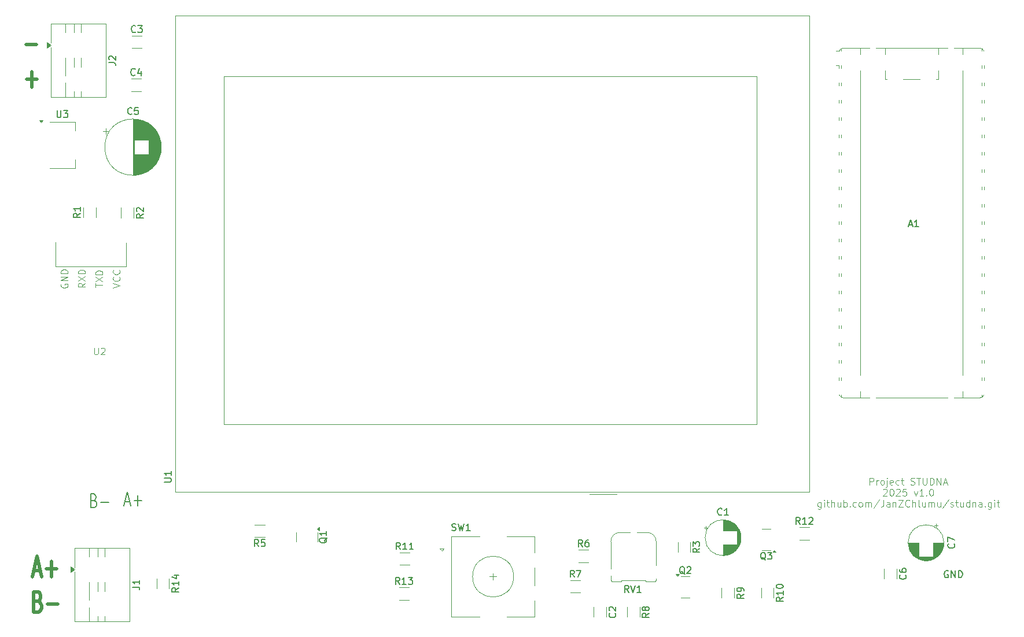
<source format=gbr>
%TF.GenerationSoftware,KiCad,Pcbnew,9.0.1*%
%TF.CreationDate,2025-04-15T15:16:39+02:00*%
%TF.ProjectId,lcd,6c63642e-6b69-4636-9164-5f7063625858,rev?*%
%TF.SameCoordinates,Original*%
%TF.FileFunction,Legend,Top*%
%TF.FilePolarity,Positive*%
%FSLAX46Y46*%
G04 Gerber Fmt 4.6, Leading zero omitted, Abs format (unit mm)*
G04 Created by KiCad (PCBNEW 9.0.1) date 2025-04-15 15:16:39*
%MOMM*%
%LPD*%
G01*
G04 APERTURE LIST*
%ADD10C,0.500000*%
%ADD11C,0.100000*%
%ADD12C,0.150000*%
%ADD13C,0.200000*%
%ADD14C,0.120000*%
G04 APERTURE END LIST*
D10*
X75355137Y-59814000D02*
X76878947Y-59814000D01*
X75455137Y-64914000D02*
X76978947Y-64914000D01*
X76217042Y-66056857D02*
X76217042Y-63771142D01*
D11*
X198830952Y-124302531D02*
X198830952Y-123302531D01*
X198830952Y-123302531D02*
X199211904Y-123302531D01*
X199211904Y-123302531D02*
X199307142Y-123350150D01*
X199307142Y-123350150D02*
X199354761Y-123397769D01*
X199354761Y-123397769D02*
X199402380Y-123493007D01*
X199402380Y-123493007D02*
X199402380Y-123635864D01*
X199402380Y-123635864D02*
X199354761Y-123731102D01*
X199354761Y-123731102D02*
X199307142Y-123778721D01*
X199307142Y-123778721D02*
X199211904Y-123826340D01*
X199211904Y-123826340D02*
X198830952Y-123826340D01*
X199830952Y-124302531D02*
X199830952Y-123635864D01*
X199830952Y-123826340D02*
X199878571Y-123731102D01*
X199878571Y-123731102D02*
X199926190Y-123683483D01*
X199926190Y-123683483D02*
X200021428Y-123635864D01*
X200021428Y-123635864D02*
X200116666Y-123635864D01*
X200592857Y-124302531D02*
X200497619Y-124254912D01*
X200497619Y-124254912D02*
X200450000Y-124207292D01*
X200450000Y-124207292D02*
X200402381Y-124112054D01*
X200402381Y-124112054D02*
X200402381Y-123826340D01*
X200402381Y-123826340D02*
X200450000Y-123731102D01*
X200450000Y-123731102D02*
X200497619Y-123683483D01*
X200497619Y-123683483D02*
X200592857Y-123635864D01*
X200592857Y-123635864D02*
X200735714Y-123635864D01*
X200735714Y-123635864D02*
X200830952Y-123683483D01*
X200830952Y-123683483D02*
X200878571Y-123731102D01*
X200878571Y-123731102D02*
X200926190Y-123826340D01*
X200926190Y-123826340D02*
X200926190Y-124112054D01*
X200926190Y-124112054D02*
X200878571Y-124207292D01*
X200878571Y-124207292D02*
X200830952Y-124254912D01*
X200830952Y-124254912D02*
X200735714Y-124302531D01*
X200735714Y-124302531D02*
X200592857Y-124302531D01*
X201354762Y-123635864D02*
X201354762Y-124493007D01*
X201354762Y-124493007D02*
X201307143Y-124588245D01*
X201307143Y-124588245D02*
X201211905Y-124635864D01*
X201211905Y-124635864D02*
X201164286Y-124635864D01*
X201354762Y-123302531D02*
X201307143Y-123350150D01*
X201307143Y-123350150D02*
X201354762Y-123397769D01*
X201354762Y-123397769D02*
X201402381Y-123350150D01*
X201402381Y-123350150D02*
X201354762Y-123302531D01*
X201354762Y-123302531D02*
X201354762Y-123397769D01*
X202211904Y-124254912D02*
X202116666Y-124302531D01*
X202116666Y-124302531D02*
X201926190Y-124302531D01*
X201926190Y-124302531D02*
X201830952Y-124254912D01*
X201830952Y-124254912D02*
X201783333Y-124159673D01*
X201783333Y-124159673D02*
X201783333Y-123778721D01*
X201783333Y-123778721D02*
X201830952Y-123683483D01*
X201830952Y-123683483D02*
X201926190Y-123635864D01*
X201926190Y-123635864D02*
X202116666Y-123635864D01*
X202116666Y-123635864D02*
X202211904Y-123683483D01*
X202211904Y-123683483D02*
X202259523Y-123778721D01*
X202259523Y-123778721D02*
X202259523Y-123873959D01*
X202259523Y-123873959D02*
X201783333Y-123969197D01*
X203116666Y-124254912D02*
X203021428Y-124302531D01*
X203021428Y-124302531D02*
X202830952Y-124302531D01*
X202830952Y-124302531D02*
X202735714Y-124254912D01*
X202735714Y-124254912D02*
X202688095Y-124207292D01*
X202688095Y-124207292D02*
X202640476Y-124112054D01*
X202640476Y-124112054D02*
X202640476Y-123826340D01*
X202640476Y-123826340D02*
X202688095Y-123731102D01*
X202688095Y-123731102D02*
X202735714Y-123683483D01*
X202735714Y-123683483D02*
X202830952Y-123635864D01*
X202830952Y-123635864D02*
X203021428Y-123635864D01*
X203021428Y-123635864D02*
X203116666Y-123683483D01*
X203402381Y-123635864D02*
X203783333Y-123635864D01*
X203545238Y-123302531D02*
X203545238Y-124159673D01*
X203545238Y-124159673D02*
X203592857Y-124254912D01*
X203592857Y-124254912D02*
X203688095Y-124302531D01*
X203688095Y-124302531D02*
X203783333Y-124302531D01*
X204830953Y-124254912D02*
X204973810Y-124302531D01*
X204973810Y-124302531D02*
X205211905Y-124302531D01*
X205211905Y-124302531D02*
X205307143Y-124254912D01*
X205307143Y-124254912D02*
X205354762Y-124207292D01*
X205354762Y-124207292D02*
X205402381Y-124112054D01*
X205402381Y-124112054D02*
X205402381Y-124016816D01*
X205402381Y-124016816D02*
X205354762Y-123921578D01*
X205354762Y-123921578D02*
X205307143Y-123873959D01*
X205307143Y-123873959D02*
X205211905Y-123826340D01*
X205211905Y-123826340D02*
X205021429Y-123778721D01*
X205021429Y-123778721D02*
X204926191Y-123731102D01*
X204926191Y-123731102D02*
X204878572Y-123683483D01*
X204878572Y-123683483D02*
X204830953Y-123588245D01*
X204830953Y-123588245D02*
X204830953Y-123493007D01*
X204830953Y-123493007D02*
X204878572Y-123397769D01*
X204878572Y-123397769D02*
X204926191Y-123350150D01*
X204926191Y-123350150D02*
X205021429Y-123302531D01*
X205021429Y-123302531D02*
X205259524Y-123302531D01*
X205259524Y-123302531D02*
X205402381Y-123350150D01*
X205688096Y-123302531D02*
X206259524Y-123302531D01*
X205973810Y-124302531D02*
X205973810Y-123302531D01*
X206592858Y-123302531D02*
X206592858Y-124112054D01*
X206592858Y-124112054D02*
X206640477Y-124207292D01*
X206640477Y-124207292D02*
X206688096Y-124254912D01*
X206688096Y-124254912D02*
X206783334Y-124302531D01*
X206783334Y-124302531D02*
X206973810Y-124302531D01*
X206973810Y-124302531D02*
X207069048Y-124254912D01*
X207069048Y-124254912D02*
X207116667Y-124207292D01*
X207116667Y-124207292D02*
X207164286Y-124112054D01*
X207164286Y-124112054D02*
X207164286Y-123302531D01*
X207640477Y-124302531D02*
X207640477Y-123302531D01*
X207640477Y-123302531D02*
X207878572Y-123302531D01*
X207878572Y-123302531D02*
X208021429Y-123350150D01*
X208021429Y-123350150D02*
X208116667Y-123445388D01*
X208116667Y-123445388D02*
X208164286Y-123540626D01*
X208164286Y-123540626D02*
X208211905Y-123731102D01*
X208211905Y-123731102D02*
X208211905Y-123873959D01*
X208211905Y-123873959D02*
X208164286Y-124064435D01*
X208164286Y-124064435D02*
X208116667Y-124159673D01*
X208116667Y-124159673D02*
X208021429Y-124254912D01*
X208021429Y-124254912D02*
X207878572Y-124302531D01*
X207878572Y-124302531D02*
X207640477Y-124302531D01*
X208640477Y-124302531D02*
X208640477Y-123302531D01*
X208640477Y-123302531D02*
X209211905Y-124302531D01*
X209211905Y-124302531D02*
X209211905Y-123302531D01*
X209640477Y-124016816D02*
X210116667Y-124016816D01*
X209545239Y-124302531D02*
X209878572Y-123302531D01*
X209878572Y-123302531D02*
X210211905Y-124302531D01*
X200783333Y-125007713D02*
X200830952Y-124960094D01*
X200830952Y-124960094D02*
X200926190Y-124912475D01*
X200926190Y-124912475D02*
X201164285Y-124912475D01*
X201164285Y-124912475D02*
X201259523Y-124960094D01*
X201259523Y-124960094D02*
X201307142Y-125007713D01*
X201307142Y-125007713D02*
X201354761Y-125102951D01*
X201354761Y-125102951D02*
X201354761Y-125198189D01*
X201354761Y-125198189D02*
X201307142Y-125341046D01*
X201307142Y-125341046D02*
X200735714Y-125912475D01*
X200735714Y-125912475D02*
X201354761Y-125912475D01*
X201973809Y-124912475D02*
X202069047Y-124912475D01*
X202069047Y-124912475D02*
X202164285Y-124960094D01*
X202164285Y-124960094D02*
X202211904Y-125007713D01*
X202211904Y-125007713D02*
X202259523Y-125102951D01*
X202259523Y-125102951D02*
X202307142Y-125293427D01*
X202307142Y-125293427D02*
X202307142Y-125531522D01*
X202307142Y-125531522D02*
X202259523Y-125721998D01*
X202259523Y-125721998D02*
X202211904Y-125817236D01*
X202211904Y-125817236D02*
X202164285Y-125864856D01*
X202164285Y-125864856D02*
X202069047Y-125912475D01*
X202069047Y-125912475D02*
X201973809Y-125912475D01*
X201973809Y-125912475D02*
X201878571Y-125864856D01*
X201878571Y-125864856D02*
X201830952Y-125817236D01*
X201830952Y-125817236D02*
X201783333Y-125721998D01*
X201783333Y-125721998D02*
X201735714Y-125531522D01*
X201735714Y-125531522D02*
X201735714Y-125293427D01*
X201735714Y-125293427D02*
X201783333Y-125102951D01*
X201783333Y-125102951D02*
X201830952Y-125007713D01*
X201830952Y-125007713D02*
X201878571Y-124960094D01*
X201878571Y-124960094D02*
X201973809Y-124912475D01*
X202688095Y-125007713D02*
X202735714Y-124960094D01*
X202735714Y-124960094D02*
X202830952Y-124912475D01*
X202830952Y-124912475D02*
X203069047Y-124912475D01*
X203069047Y-124912475D02*
X203164285Y-124960094D01*
X203164285Y-124960094D02*
X203211904Y-125007713D01*
X203211904Y-125007713D02*
X203259523Y-125102951D01*
X203259523Y-125102951D02*
X203259523Y-125198189D01*
X203259523Y-125198189D02*
X203211904Y-125341046D01*
X203211904Y-125341046D02*
X202640476Y-125912475D01*
X202640476Y-125912475D02*
X203259523Y-125912475D01*
X204164285Y-124912475D02*
X203688095Y-124912475D01*
X203688095Y-124912475D02*
X203640476Y-125388665D01*
X203640476Y-125388665D02*
X203688095Y-125341046D01*
X203688095Y-125341046D02*
X203783333Y-125293427D01*
X203783333Y-125293427D02*
X204021428Y-125293427D01*
X204021428Y-125293427D02*
X204116666Y-125341046D01*
X204116666Y-125341046D02*
X204164285Y-125388665D01*
X204164285Y-125388665D02*
X204211904Y-125483903D01*
X204211904Y-125483903D02*
X204211904Y-125721998D01*
X204211904Y-125721998D02*
X204164285Y-125817236D01*
X204164285Y-125817236D02*
X204116666Y-125864856D01*
X204116666Y-125864856D02*
X204021428Y-125912475D01*
X204021428Y-125912475D02*
X203783333Y-125912475D01*
X203783333Y-125912475D02*
X203688095Y-125864856D01*
X203688095Y-125864856D02*
X203640476Y-125817236D01*
X205307143Y-125245808D02*
X205545238Y-125912475D01*
X205545238Y-125912475D02*
X205783333Y-125245808D01*
X206688095Y-125912475D02*
X206116667Y-125912475D01*
X206402381Y-125912475D02*
X206402381Y-124912475D01*
X206402381Y-124912475D02*
X206307143Y-125055332D01*
X206307143Y-125055332D02*
X206211905Y-125150570D01*
X206211905Y-125150570D02*
X206116667Y-125198189D01*
X207116667Y-125817236D02*
X207164286Y-125864856D01*
X207164286Y-125864856D02*
X207116667Y-125912475D01*
X207116667Y-125912475D02*
X207069048Y-125864856D01*
X207069048Y-125864856D02*
X207116667Y-125817236D01*
X207116667Y-125817236D02*
X207116667Y-125912475D01*
X207783333Y-124912475D02*
X207878571Y-124912475D01*
X207878571Y-124912475D02*
X207973809Y-124960094D01*
X207973809Y-124960094D02*
X208021428Y-125007713D01*
X208021428Y-125007713D02*
X208069047Y-125102951D01*
X208069047Y-125102951D02*
X208116666Y-125293427D01*
X208116666Y-125293427D02*
X208116666Y-125531522D01*
X208116666Y-125531522D02*
X208069047Y-125721998D01*
X208069047Y-125721998D02*
X208021428Y-125817236D01*
X208021428Y-125817236D02*
X207973809Y-125864856D01*
X207973809Y-125864856D02*
X207878571Y-125912475D01*
X207878571Y-125912475D02*
X207783333Y-125912475D01*
X207783333Y-125912475D02*
X207688095Y-125864856D01*
X207688095Y-125864856D02*
X207640476Y-125817236D01*
X207640476Y-125817236D02*
X207592857Y-125721998D01*
X207592857Y-125721998D02*
X207545238Y-125531522D01*
X207545238Y-125531522D02*
X207545238Y-125293427D01*
X207545238Y-125293427D02*
X207592857Y-125102951D01*
X207592857Y-125102951D02*
X207640476Y-125007713D01*
X207640476Y-125007713D02*
X207688095Y-124960094D01*
X207688095Y-124960094D02*
X207783333Y-124912475D01*
X191688094Y-126855752D02*
X191688094Y-127665276D01*
X191688094Y-127665276D02*
X191640475Y-127760514D01*
X191640475Y-127760514D02*
X191592856Y-127808133D01*
X191592856Y-127808133D02*
X191497618Y-127855752D01*
X191497618Y-127855752D02*
X191354761Y-127855752D01*
X191354761Y-127855752D02*
X191259523Y-127808133D01*
X191688094Y-127474800D02*
X191592856Y-127522419D01*
X191592856Y-127522419D02*
X191402380Y-127522419D01*
X191402380Y-127522419D02*
X191307142Y-127474800D01*
X191307142Y-127474800D02*
X191259523Y-127427180D01*
X191259523Y-127427180D02*
X191211904Y-127331942D01*
X191211904Y-127331942D02*
X191211904Y-127046228D01*
X191211904Y-127046228D02*
X191259523Y-126950990D01*
X191259523Y-126950990D02*
X191307142Y-126903371D01*
X191307142Y-126903371D02*
X191402380Y-126855752D01*
X191402380Y-126855752D02*
X191592856Y-126855752D01*
X191592856Y-126855752D02*
X191688094Y-126903371D01*
X192164285Y-127522419D02*
X192164285Y-126855752D01*
X192164285Y-126522419D02*
X192116666Y-126570038D01*
X192116666Y-126570038D02*
X192164285Y-126617657D01*
X192164285Y-126617657D02*
X192211904Y-126570038D01*
X192211904Y-126570038D02*
X192164285Y-126522419D01*
X192164285Y-126522419D02*
X192164285Y-126617657D01*
X192497618Y-126855752D02*
X192878570Y-126855752D01*
X192640475Y-126522419D02*
X192640475Y-127379561D01*
X192640475Y-127379561D02*
X192688094Y-127474800D01*
X192688094Y-127474800D02*
X192783332Y-127522419D01*
X192783332Y-127522419D02*
X192878570Y-127522419D01*
X193211904Y-127522419D02*
X193211904Y-126522419D01*
X193640475Y-127522419D02*
X193640475Y-126998609D01*
X193640475Y-126998609D02*
X193592856Y-126903371D01*
X193592856Y-126903371D02*
X193497618Y-126855752D01*
X193497618Y-126855752D02*
X193354761Y-126855752D01*
X193354761Y-126855752D02*
X193259523Y-126903371D01*
X193259523Y-126903371D02*
X193211904Y-126950990D01*
X194545237Y-126855752D02*
X194545237Y-127522419D01*
X194116666Y-126855752D02*
X194116666Y-127379561D01*
X194116666Y-127379561D02*
X194164285Y-127474800D01*
X194164285Y-127474800D02*
X194259523Y-127522419D01*
X194259523Y-127522419D02*
X194402380Y-127522419D01*
X194402380Y-127522419D02*
X194497618Y-127474800D01*
X194497618Y-127474800D02*
X194545237Y-127427180D01*
X195021428Y-127522419D02*
X195021428Y-126522419D01*
X195021428Y-126903371D02*
X195116666Y-126855752D01*
X195116666Y-126855752D02*
X195307142Y-126855752D01*
X195307142Y-126855752D02*
X195402380Y-126903371D01*
X195402380Y-126903371D02*
X195449999Y-126950990D01*
X195449999Y-126950990D02*
X195497618Y-127046228D01*
X195497618Y-127046228D02*
X195497618Y-127331942D01*
X195497618Y-127331942D02*
X195449999Y-127427180D01*
X195449999Y-127427180D02*
X195402380Y-127474800D01*
X195402380Y-127474800D02*
X195307142Y-127522419D01*
X195307142Y-127522419D02*
X195116666Y-127522419D01*
X195116666Y-127522419D02*
X195021428Y-127474800D01*
X195926190Y-127427180D02*
X195973809Y-127474800D01*
X195973809Y-127474800D02*
X195926190Y-127522419D01*
X195926190Y-127522419D02*
X195878571Y-127474800D01*
X195878571Y-127474800D02*
X195926190Y-127427180D01*
X195926190Y-127427180D02*
X195926190Y-127522419D01*
X196830951Y-127474800D02*
X196735713Y-127522419D01*
X196735713Y-127522419D02*
X196545237Y-127522419D01*
X196545237Y-127522419D02*
X196449999Y-127474800D01*
X196449999Y-127474800D02*
X196402380Y-127427180D01*
X196402380Y-127427180D02*
X196354761Y-127331942D01*
X196354761Y-127331942D02*
X196354761Y-127046228D01*
X196354761Y-127046228D02*
X196402380Y-126950990D01*
X196402380Y-126950990D02*
X196449999Y-126903371D01*
X196449999Y-126903371D02*
X196545237Y-126855752D01*
X196545237Y-126855752D02*
X196735713Y-126855752D01*
X196735713Y-126855752D02*
X196830951Y-126903371D01*
X197402380Y-127522419D02*
X197307142Y-127474800D01*
X197307142Y-127474800D02*
X197259523Y-127427180D01*
X197259523Y-127427180D02*
X197211904Y-127331942D01*
X197211904Y-127331942D02*
X197211904Y-127046228D01*
X197211904Y-127046228D02*
X197259523Y-126950990D01*
X197259523Y-126950990D02*
X197307142Y-126903371D01*
X197307142Y-126903371D02*
X197402380Y-126855752D01*
X197402380Y-126855752D02*
X197545237Y-126855752D01*
X197545237Y-126855752D02*
X197640475Y-126903371D01*
X197640475Y-126903371D02*
X197688094Y-126950990D01*
X197688094Y-126950990D02*
X197735713Y-127046228D01*
X197735713Y-127046228D02*
X197735713Y-127331942D01*
X197735713Y-127331942D02*
X197688094Y-127427180D01*
X197688094Y-127427180D02*
X197640475Y-127474800D01*
X197640475Y-127474800D02*
X197545237Y-127522419D01*
X197545237Y-127522419D02*
X197402380Y-127522419D01*
X198164285Y-127522419D02*
X198164285Y-126855752D01*
X198164285Y-126950990D02*
X198211904Y-126903371D01*
X198211904Y-126903371D02*
X198307142Y-126855752D01*
X198307142Y-126855752D02*
X198449999Y-126855752D01*
X198449999Y-126855752D02*
X198545237Y-126903371D01*
X198545237Y-126903371D02*
X198592856Y-126998609D01*
X198592856Y-126998609D02*
X198592856Y-127522419D01*
X198592856Y-126998609D02*
X198640475Y-126903371D01*
X198640475Y-126903371D02*
X198735713Y-126855752D01*
X198735713Y-126855752D02*
X198878570Y-126855752D01*
X198878570Y-126855752D02*
X198973809Y-126903371D01*
X198973809Y-126903371D02*
X199021428Y-126998609D01*
X199021428Y-126998609D02*
X199021428Y-127522419D01*
X200211903Y-126474800D02*
X199354761Y-127760514D01*
X200830951Y-126522419D02*
X200830951Y-127236704D01*
X200830951Y-127236704D02*
X200783332Y-127379561D01*
X200783332Y-127379561D02*
X200688094Y-127474800D01*
X200688094Y-127474800D02*
X200545237Y-127522419D01*
X200545237Y-127522419D02*
X200449999Y-127522419D01*
X201735713Y-127522419D02*
X201735713Y-126998609D01*
X201735713Y-126998609D02*
X201688094Y-126903371D01*
X201688094Y-126903371D02*
X201592856Y-126855752D01*
X201592856Y-126855752D02*
X201402380Y-126855752D01*
X201402380Y-126855752D02*
X201307142Y-126903371D01*
X201735713Y-127474800D02*
X201640475Y-127522419D01*
X201640475Y-127522419D02*
X201402380Y-127522419D01*
X201402380Y-127522419D02*
X201307142Y-127474800D01*
X201307142Y-127474800D02*
X201259523Y-127379561D01*
X201259523Y-127379561D02*
X201259523Y-127284323D01*
X201259523Y-127284323D02*
X201307142Y-127189085D01*
X201307142Y-127189085D02*
X201402380Y-127141466D01*
X201402380Y-127141466D02*
X201640475Y-127141466D01*
X201640475Y-127141466D02*
X201735713Y-127093847D01*
X202211904Y-126855752D02*
X202211904Y-127522419D01*
X202211904Y-126950990D02*
X202259523Y-126903371D01*
X202259523Y-126903371D02*
X202354761Y-126855752D01*
X202354761Y-126855752D02*
X202497618Y-126855752D01*
X202497618Y-126855752D02*
X202592856Y-126903371D01*
X202592856Y-126903371D02*
X202640475Y-126998609D01*
X202640475Y-126998609D02*
X202640475Y-127522419D01*
X203021428Y-126522419D02*
X203688094Y-126522419D01*
X203688094Y-126522419D02*
X203021428Y-127522419D01*
X203021428Y-127522419D02*
X203688094Y-127522419D01*
X204640475Y-127427180D02*
X204592856Y-127474800D01*
X204592856Y-127474800D02*
X204449999Y-127522419D01*
X204449999Y-127522419D02*
X204354761Y-127522419D01*
X204354761Y-127522419D02*
X204211904Y-127474800D01*
X204211904Y-127474800D02*
X204116666Y-127379561D01*
X204116666Y-127379561D02*
X204069047Y-127284323D01*
X204069047Y-127284323D02*
X204021428Y-127093847D01*
X204021428Y-127093847D02*
X204021428Y-126950990D01*
X204021428Y-126950990D02*
X204069047Y-126760514D01*
X204069047Y-126760514D02*
X204116666Y-126665276D01*
X204116666Y-126665276D02*
X204211904Y-126570038D01*
X204211904Y-126570038D02*
X204354761Y-126522419D01*
X204354761Y-126522419D02*
X204449999Y-126522419D01*
X204449999Y-126522419D02*
X204592856Y-126570038D01*
X204592856Y-126570038D02*
X204640475Y-126617657D01*
X205069047Y-127522419D02*
X205069047Y-126522419D01*
X205497618Y-127522419D02*
X205497618Y-126998609D01*
X205497618Y-126998609D02*
X205449999Y-126903371D01*
X205449999Y-126903371D02*
X205354761Y-126855752D01*
X205354761Y-126855752D02*
X205211904Y-126855752D01*
X205211904Y-126855752D02*
X205116666Y-126903371D01*
X205116666Y-126903371D02*
X205069047Y-126950990D01*
X206116666Y-127522419D02*
X206021428Y-127474800D01*
X206021428Y-127474800D02*
X205973809Y-127379561D01*
X205973809Y-127379561D02*
X205973809Y-126522419D01*
X206926190Y-126855752D02*
X206926190Y-127522419D01*
X206497619Y-126855752D02*
X206497619Y-127379561D01*
X206497619Y-127379561D02*
X206545238Y-127474800D01*
X206545238Y-127474800D02*
X206640476Y-127522419D01*
X206640476Y-127522419D02*
X206783333Y-127522419D01*
X206783333Y-127522419D02*
X206878571Y-127474800D01*
X206878571Y-127474800D02*
X206926190Y-127427180D01*
X207402381Y-127522419D02*
X207402381Y-126855752D01*
X207402381Y-126950990D02*
X207450000Y-126903371D01*
X207450000Y-126903371D02*
X207545238Y-126855752D01*
X207545238Y-126855752D02*
X207688095Y-126855752D01*
X207688095Y-126855752D02*
X207783333Y-126903371D01*
X207783333Y-126903371D02*
X207830952Y-126998609D01*
X207830952Y-126998609D02*
X207830952Y-127522419D01*
X207830952Y-126998609D02*
X207878571Y-126903371D01*
X207878571Y-126903371D02*
X207973809Y-126855752D01*
X207973809Y-126855752D02*
X208116666Y-126855752D01*
X208116666Y-126855752D02*
X208211905Y-126903371D01*
X208211905Y-126903371D02*
X208259524Y-126998609D01*
X208259524Y-126998609D02*
X208259524Y-127522419D01*
X209164285Y-126855752D02*
X209164285Y-127522419D01*
X208735714Y-126855752D02*
X208735714Y-127379561D01*
X208735714Y-127379561D02*
X208783333Y-127474800D01*
X208783333Y-127474800D02*
X208878571Y-127522419D01*
X208878571Y-127522419D02*
X209021428Y-127522419D01*
X209021428Y-127522419D02*
X209116666Y-127474800D01*
X209116666Y-127474800D02*
X209164285Y-127427180D01*
X210354761Y-126474800D02*
X209497619Y-127760514D01*
X210640476Y-127474800D02*
X210735714Y-127522419D01*
X210735714Y-127522419D02*
X210926190Y-127522419D01*
X210926190Y-127522419D02*
X211021428Y-127474800D01*
X211021428Y-127474800D02*
X211069047Y-127379561D01*
X211069047Y-127379561D02*
X211069047Y-127331942D01*
X211069047Y-127331942D02*
X211021428Y-127236704D01*
X211021428Y-127236704D02*
X210926190Y-127189085D01*
X210926190Y-127189085D02*
X210783333Y-127189085D01*
X210783333Y-127189085D02*
X210688095Y-127141466D01*
X210688095Y-127141466D02*
X210640476Y-127046228D01*
X210640476Y-127046228D02*
X210640476Y-126998609D01*
X210640476Y-126998609D02*
X210688095Y-126903371D01*
X210688095Y-126903371D02*
X210783333Y-126855752D01*
X210783333Y-126855752D02*
X210926190Y-126855752D01*
X210926190Y-126855752D02*
X211021428Y-126903371D01*
X211354762Y-126855752D02*
X211735714Y-126855752D01*
X211497619Y-126522419D02*
X211497619Y-127379561D01*
X211497619Y-127379561D02*
X211545238Y-127474800D01*
X211545238Y-127474800D02*
X211640476Y-127522419D01*
X211640476Y-127522419D02*
X211735714Y-127522419D01*
X212497619Y-126855752D02*
X212497619Y-127522419D01*
X212069048Y-126855752D02*
X212069048Y-127379561D01*
X212069048Y-127379561D02*
X212116667Y-127474800D01*
X212116667Y-127474800D02*
X212211905Y-127522419D01*
X212211905Y-127522419D02*
X212354762Y-127522419D01*
X212354762Y-127522419D02*
X212450000Y-127474800D01*
X212450000Y-127474800D02*
X212497619Y-127427180D01*
X213402381Y-127522419D02*
X213402381Y-126522419D01*
X213402381Y-127474800D02*
X213307143Y-127522419D01*
X213307143Y-127522419D02*
X213116667Y-127522419D01*
X213116667Y-127522419D02*
X213021429Y-127474800D01*
X213021429Y-127474800D02*
X212973810Y-127427180D01*
X212973810Y-127427180D02*
X212926191Y-127331942D01*
X212926191Y-127331942D02*
X212926191Y-127046228D01*
X212926191Y-127046228D02*
X212973810Y-126950990D01*
X212973810Y-126950990D02*
X213021429Y-126903371D01*
X213021429Y-126903371D02*
X213116667Y-126855752D01*
X213116667Y-126855752D02*
X213307143Y-126855752D01*
X213307143Y-126855752D02*
X213402381Y-126903371D01*
X213878572Y-126855752D02*
X213878572Y-127522419D01*
X213878572Y-126950990D02*
X213926191Y-126903371D01*
X213926191Y-126903371D02*
X214021429Y-126855752D01*
X214021429Y-126855752D02*
X214164286Y-126855752D01*
X214164286Y-126855752D02*
X214259524Y-126903371D01*
X214259524Y-126903371D02*
X214307143Y-126998609D01*
X214307143Y-126998609D02*
X214307143Y-127522419D01*
X215211905Y-127522419D02*
X215211905Y-126998609D01*
X215211905Y-126998609D02*
X215164286Y-126903371D01*
X215164286Y-126903371D02*
X215069048Y-126855752D01*
X215069048Y-126855752D02*
X214878572Y-126855752D01*
X214878572Y-126855752D02*
X214783334Y-126903371D01*
X215211905Y-127474800D02*
X215116667Y-127522419D01*
X215116667Y-127522419D02*
X214878572Y-127522419D01*
X214878572Y-127522419D02*
X214783334Y-127474800D01*
X214783334Y-127474800D02*
X214735715Y-127379561D01*
X214735715Y-127379561D02*
X214735715Y-127284323D01*
X214735715Y-127284323D02*
X214783334Y-127189085D01*
X214783334Y-127189085D02*
X214878572Y-127141466D01*
X214878572Y-127141466D02*
X215116667Y-127141466D01*
X215116667Y-127141466D02*
X215211905Y-127093847D01*
X215688096Y-127427180D02*
X215735715Y-127474800D01*
X215735715Y-127474800D02*
X215688096Y-127522419D01*
X215688096Y-127522419D02*
X215640477Y-127474800D01*
X215640477Y-127474800D02*
X215688096Y-127427180D01*
X215688096Y-127427180D02*
X215688096Y-127522419D01*
X216592857Y-126855752D02*
X216592857Y-127665276D01*
X216592857Y-127665276D02*
X216545238Y-127760514D01*
X216545238Y-127760514D02*
X216497619Y-127808133D01*
X216497619Y-127808133D02*
X216402381Y-127855752D01*
X216402381Y-127855752D02*
X216259524Y-127855752D01*
X216259524Y-127855752D02*
X216164286Y-127808133D01*
X216592857Y-127474800D02*
X216497619Y-127522419D01*
X216497619Y-127522419D02*
X216307143Y-127522419D01*
X216307143Y-127522419D02*
X216211905Y-127474800D01*
X216211905Y-127474800D02*
X216164286Y-127427180D01*
X216164286Y-127427180D02*
X216116667Y-127331942D01*
X216116667Y-127331942D02*
X216116667Y-127046228D01*
X216116667Y-127046228D02*
X216164286Y-126950990D01*
X216164286Y-126950990D02*
X216211905Y-126903371D01*
X216211905Y-126903371D02*
X216307143Y-126855752D01*
X216307143Y-126855752D02*
X216497619Y-126855752D01*
X216497619Y-126855752D02*
X216592857Y-126903371D01*
X217069048Y-127522419D02*
X217069048Y-126855752D01*
X217069048Y-126522419D02*
X217021429Y-126570038D01*
X217021429Y-126570038D02*
X217069048Y-126617657D01*
X217069048Y-126617657D02*
X217116667Y-126570038D01*
X217116667Y-126570038D02*
X217069048Y-126522419D01*
X217069048Y-126522419D02*
X217069048Y-126617657D01*
X217402381Y-126855752D02*
X217783333Y-126855752D01*
X217545238Y-126522419D02*
X217545238Y-127379561D01*
X217545238Y-127379561D02*
X217592857Y-127474800D01*
X217592857Y-127474800D02*
X217688095Y-127522419D01*
X217688095Y-127522419D02*
X217783333Y-127522419D01*
D10*
X77121804Y-141385428D02*
X77407518Y-141528285D01*
X77407518Y-141528285D02*
X77502756Y-141671142D01*
X77502756Y-141671142D02*
X77597994Y-141956857D01*
X77597994Y-141956857D02*
X77597994Y-142385428D01*
X77597994Y-142385428D02*
X77502756Y-142671142D01*
X77502756Y-142671142D02*
X77407518Y-142814000D01*
X77407518Y-142814000D02*
X77217042Y-142956857D01*
X77217042Y-142956857D02*
X76455137Y-142956857D01*
X76455137Y-142956857D02*
X76455137Y-139956857D01*
X76455137Y-139956857D02*
X77121804Y-139956857D01*
X77121804Y-139956857D02*
X77312280Y-140099714D01*
X77312280Y-140099714D02*
X77407518Y-140242571D01*
X77407518Y-140242571D02*
X77502756Y-140528285D01*
X77502756Y-140528285D02*
X77502756Y-140814000D01*
X77502756Y-140814000D02*
X77407518Y-141099714D01*
X77407518Y-141099714D02*
X77312280Y-141242571D01*
X77312280Y-141242571D02*
X77121804Y-141385428D01*
X77121804Y-141385428D02*
X76455137Y-141385428D01*
X78455137Y-141814000D02*
X79978947Y-141814000D01*
X76459899Y-136899714D02*
X77412280Y-136899714D01*
X76269423Y-137756857D02*
X76936089Y-134756857D01*
X76936089Y-134756857D02*
X77602756Y-137756857D01*
X78269423Y-136614000D02*
X79793233Y-136614000D01*
X79031328Y-137756857D02*
X79031328Y-135471142D01*
D12*
X161559580Y-143116666D02*
X161607200Y-143164285D01*
X161607200Y-143164285D02*
X161654819Y-143307142D01*
X161654819Y-143307142D02*
X161654819Y-143402380D01*
X161654819Y-143402380D02*
X161607200Y-143545237D01*
X161607200Y-143545237D02*
X161511961Y-143640475D01*
X161511961Y-143640475D02*
X161416723Y-143688094D01*
X161416723Y-143688094D02*
X161226247Y-143735713D01*
X161226247Y-143735713D02*
X161083390Y-143735713D01*
X161083390Y-143735713D02*
X160892914Y-143688094D01*
X160892914Y-143688094D02*
X160797676Y-143640475D01*
X160797676Y-143640475D02*
X160702438Y-143545237D01*
X160702438Y-143545237D02*
X160654819Y-143402380D01*
X160654819Y-143402380D02*
X160654819Y-143307142D01*
X160654819Y-143307142D02*
X160702438Y-143164285D01*
X160702438Y-143164285D02*
X160750057Y-143116666D01*
X160750057Y-142735713D02*
X160702438Y-142688094D01*
X160702438Y-142688094D02*
X160654819Y-142592856D01*
X160654819Y-142592856D02*
X160654819Y-142354761D01*
X160654819Y-142354761D02*
X160702438Y-142259523D01*
X160702438Y-142259523D02*
X160750057Y-142211904D01*
X160750057Y-142211904D02*
X160845295Y-142164285D01*
X160845295Y-142164285D02*
X160940533Y-142164285D01*
X160940533Y-142164285D02*
X161083390Y-142211904D01*
X161083390Y-142211904D02*
X161654819Y-142783332D01*
X161654819Y-142783332D02*
X161654819Y-142164285D01*
X211159580Y-132961554D02*
X211207200Y-133009173D01*
X211207200Y-133009173D02*
X211254819Y-133152030D01*
X211254819Y-133152030D02*
X211254819Y-133247268D01*
X211254819Y-133247268D02*
X211207200Y-133390125D01*
X211207200Y-133390125D02*
X211111961Y-133485363D01*
X211111961Y-133485363D02*
X211016723Y-133532982D01*
X211016723Y-133532982D02*
X210826247Y-133580601D01*
X210826247Y-133580601D02*
X210683390Y-133580601D01*
X210683390Y-133580601D02*
X210492914Y-133532982D01*
X210492914Y-133532982D02*
X210397676Y-133485363D01*
X210397676Y-133485363D02*
X210302438Y-133390125D01*
X210302438Y-133390125D02*
X210254819Y-133247268D01*
X210254819Y-133247268D02*
X210254819Y-133152030D01*
X210254819Y-133152030D02*
X210302438Y-133009173D01*
X210302438Y-133009173D02*
X210350057Y-132961554D01*
X210254819Y-132628220D02*
X210254819Y-131961554D01*
X210254819Y-131961554D02*
X211254819Y-132390125D01*
X95579726Y-123892658D02*
X96389249Y-123892658D01*
X96389249Y-123892658D02*
X96484487Y-123845039D01*
X96484487Y-123845039D02*
X96532107Y-123797420D01*
X96532107Y-123797420D02*
X96579726Y-123702182D01*
X96579726Y-123702182D02*
X96579726Y-123511706D01*
X96579726Y-123511706D02*
X96532107Y-123416468D01*
X96532107Y-123416468D02*
X96484487Y-123368849D01*
X96484487Y-123368849D02*
X96389249Y-123321230D01*
X96389249Y-123321230D02*
X95579726Y-123321230D01*
X96579726Y-122321230D02*
X96579726Y-122892658D01*
X96579726Y-122606944D02*
X95579726Y-122606944D01*
X95579726Y-122606944D02*
X95722583Y-122702182D01*
X95722583Y-122702182D02*
X95817821Y-122797420D01*
X95817821Y-122797420D02*
X95865440Y-122892658D01*
X90957319Y-139283333D02*
X91671604Y-139283333D01*
X91671604Y-139283333D02*
X91814461Y-139330952D01*
X91814461Y-139330952D02*
X91909700Y-139426190D01*
X91909700Y-139426190D02*
X91957319Y-139569047D01*
X91957319Y-139569047D02*
X91957319Y-139664285D01*
X91957319Y-138283333D02*
X91957319Y-138854761D01*
X91957319Y-138569047D02*
X90957319Y-138569047D01*
X90957319Y-138569047D02*
X91100176Y-138664285D01*
X91100176Y-138664285D02*
X91195414Y-138759523D01*
X91195414Y-138759523D02*
X91243033Y-138854761D01*
X119400057Y-132045238D02*
X119352438Y-132140476D01*
X119352438Y-132140476D02*
X119257200Y-132235714D01*
X119257200Y-132235714D02*
X119114342Y-132378571D01*
X119114342Y-132378571D02*
X119066723Y-132473809D01*
X119066723Y-132473809D02*
X119066723Y-132569047D01*
X119304819Y-132521428D02*
X119257200Y-132616666D01*
X119257200Y-132616666D02*
X119161961Y-132711904D01*
X119161961Y-132711904D02*
X118971485Y-132759523D01*
X118971485Y-132759523D02*
X118638152Y-132759523D01*
X118638152Y-132759523D02*
X118447676Y-132711904D01*
X118447676Y-132711904D02*
X118352438Y-132616666D01*
X118352438Y-132616666D02*
X118304819Y-132521428D01*
X118304819Y-132521428D02*
X118304819Y-132330952D01*
X118304819Y-132330952D02*
X118352438Y-132235714D01*
X118352438Y-132235714D02*
X118447676Y-132140476D01*
X118447676Y-132140476D02*
X118638152Y-132092857D01*
X118638152Y-132092857D02*
X118971485Y-132092857D01*
X118971485Y-132092857D02*
X119161961Y-132140476D01*
X119161961Y-132140476D02*
X119257200Y-132235714D01*
X119257200Y-132235714D02*
X119304819Y-132330952D01*
X119304819Y-132330952D02*
X119304819Y-132521428D01*
X119304819Y-131140476D02*
X119304819Y-131711904D01*
X119304819Y-131426190D02*
X118304819Y-131426190D01*
X118304819Y-131426190D02*
X118447676Y-131521428D01*
X118447676Y-131521428D02*
X118542914Y-131616666D01*
X118542914Y-131616666D02*
X118590533Y-131711904D01*
X210288095Y-136952438D02*
X210192857Y-136904819D01*
X210192857Y-136904819D02*
X210050000Y-136904819D01*
X210050000Y-136904819D02*
X209907143Y-136952438D01*
X209907143Y-136952438D02*
X209811905Y-137047676D01*
X209811905Y-137047676D02*
X209764286Y-137142914D01*
X209764286Y-137142914D02*
X209716667Y-137333390D01*
X209716667Y-137333390D02*
X209716667Y-137476247D01*
X209716667Y-137476247D02*
X209764286Y-137666723D01*
X209764286Y-137666723D02*
X209811905Y-137761961D01*
X209811905Y-137761961D02*
X209907143Y-137857200D01*
X209907143Y-137857200D02*
X210050000Y-137904819D01*
X210050000Y-137904819D02*
X210145238Y-137904819D01*
X210145238Y-137904819D02*
X210288095Y-137857200D01*
X210288095Y-137857200D02*
X210335714Y-137809580D01*
X210335714Y-137809580D02*
X210335714Y-137476247D01*
X210335714Y-137476247D02*
X210145238Y-137476247D01*
X210764286Y-137904819D02*
X210764286Y-136904819D01*
X210764286Y-136904819D02*
X211335714Y-137904819D01*
X211335714Y-137904819D02*
X211335714Y-136904819D01*
X211811905Y-137904819D02*
X211811905Y-136904819D01*
X211811905Y-136904819D02*
X212050000Y-136904819D01*
X212050000Y-136904819D02*
X212192857Y-136952438D01*
X212192857Y-136952438D02*
X212288095Y-137047676D01*
X212288095Y-137047676D02*
X212335714Y-137142914D01*
X212335714Y-137142914D02*
X212383333Y-137333390D01*
X212383333Y-137333390D02*
X212383333Y-137476247D01*
X212383333Y-137476247D02*
X212335714Y-137666723D01*
X212335714Y-137666723D02*
X212288095Y-137761961D01*
X212288095Y-137761961D02*
X212192857Y-137857200D01*
X212192857Y-137857200D02*
X212050000Y-137904819D01*
X212050000Y-137904819D02*
X211811905Y-137904819D01*
X177183333Y-128659580D02*
X177135714Y-128707200D01*
X177135714Y-128707200D02*
X176992857Y-128754819D01*
X176992857Y-128754819D02*
X176897619Y-128754819D01*
X176897619Y-128754819D02*
X176754762Y-128707200D01*
X176754762Y-128707200D02*
X176659524Y-128611961D01*
X176659524Y-128611961D02*
X176611905Y-128516723D01*
X176611905Y-128516723D02*
X176564286Y-128326247D01*
X176564286Y-128326247D02*
X176564286Y-128183390D01*
X176564286Y-128183390D02*
X176611905Y-127992914D01*
X176611905Y-127992914D02*
X176659524Y-127897676D01*
X176659524Y-127897676D02*
X176754762Y-127802438D01*
X176754762Y-127802438D02*
X176897619Y-127754819D01*
X176897619Y-127754819D02*
X176992857Y-127754819D01*
X176992857Y-127754819D02*
X177135714Y-127802438D01*
X177135714Y-127802438D02*
X177183333Y-127850057D01*
X178135714Y-128754819D02*
X177564286Y-128754819D01*
X177850000Y-128754819D02*
X177850000Y-127754819D01*
X177850000Y-127754819D02*
X177754762Y-127897676D01*
X177754762Y-127897676D02*
X177659524Y-127992914D01*
X177659524Y-127992914D02*
X177564286Y-128040533D01*
X155570833Y-137824819D02*
X155237500Y-137348628D01*
X154999405Y-137824819D02*
X154999405Y-136824819D01*
X154999405Y-136824819D02*
X155380357Y-136824819D01*
X155380357Y-136824819D02*
X155475595Y-136872438D01*
X155475595Y-136872438D02*
X155523214Y-136920057D01*
X155523214Y-136920057D02*
X155570833Y-137015295D01*
X155570833Y-137015295D02*
X155570833Y-137158152D01*
X155570833Y-137158152D02*
X155523214Y-137253390D01*
X155523214Y-137253390D02*
X155475595Y-137301009D01*
X155475595Y-137301009D02*
X155380357Y-137348628D01*
X155380357Y-137348628D02*
X154999405Y-137348628D01*
X155904167Y-136824819D02*
X156570833Y-136824819D01*
X156570833Y-136824819D02*
X156142262Y-137824819D01*
X186134819Y-140792857D02*
X185658628Y-141126190D01*
X186134819Y-141364285D02*
X185134819Y-141364285D01*
X185134819Y-141364285D02*
X185134819Y-140983333D01*
X185134819Y-140983333D02*
X185182438Y-140888095D01*
X185182438Y-140888095D02*
X185230057Y-140840476D01*
X185230057Y-140840476D02*
X185325295Y-140792857D01*
X185325295Y-140792857D02*
X185468152Y-140792857D01*
X185468152Y-140792857D02*
X185563390Y-140840476D01*
X185563390Y-140840476D02*
X185611009Y-140888095D01*
X185611009Y-140888095D02*
X185658628Y-140983333D01*
X185658628Y-140983333D02*
X185658628Y-141364285D01*
X186134819Y-139840476D02*
X186134819Y-140411904D01*
X186134819Y-140126190D02*
X185134819Y-140126190D01*
X185134819Y-140126190D02*
X185277676Y-140221428D01*
X185277676Y-140221428D02*
X185372914Y-140316666D01*
X185372914Y-140316666D02*
X185420533Y-140411904D01*
X185134819Y-139221428D02*
X185134819Y-139126190D01*
X185134819Y-139126190D02*
X185182438Y-139030952D01*
X185182438Y-139030952D02*
X185230057Y-138983333D01*
X185230057Y-138983333D02*
X185325295Y-138935714D01*
X185325295Y-138935714D02*
X185515771Y-138888095D01*
X185515771Y-138888095D02*
X185753866Y-138888095D01*
X185753866Y-138888095D02*
X185944342Y-138935714D01*
X185944342Y-138935714D02*
X186039580Y-138983333D01*
X186039580Y-138983333D02*
X186087200Y-139030952D01*
X186087200Y-139030952D02*
X186134819Y-139126190D01*
X186134819Y-139126190D02*
X186134819Y-139221428D01*
X186134819Y-139221428D02*
X186087200Y-139316666D01*
X186087200Y-139316666D02*
X186039580Y-139364285D01*
X186039580Y-139364285D02*
X185944342Y-139411904D01*
X185944342Y-139411904D02*
X185753866Y-139459523D01*
X185753866Y-139459523D02*
X185515771Y-139459523D01*
X185515771Y-139459523D02*
X185325295Y-139411904D01*
X185325295Y-139411904D02*
X185230057Y-139364285D01*
X185230057Y-139364285D02*
X185182438Y-139316666D01*
X185182438Y-139316666D02*
X185134819Y-139221428D01*
X130007142Y-138874819D02*
X129673809Y-138398628D01*
X129435714Y-138874819D02*
X129435714Y-137874819D01*
X129435714Y-137874819D02*
X129816666Y-137874819D01*
X129816666Y-137874819D02*
X129911904Y-137922438D01*
X129911904Y-137922438D02*
X129959523Y-137970057D01*
X129959523Y-137970057D02*
X130007142Y-138065295D01*
X130007142Y-138065295D02*
X130007142Y-138208152D01*
X130007142Y-138208152D02*
X129959523Y-138303390D01*
X129959523Y-138303390D02*
X129911904Y-138351009D01*
X129911904Y-138351009D02*
X129816666Y-138398628D01*
X129816666Y-138398628D02*
X129435714Y-138398628D01*
X130959523Y-138874819D02*
X130388095Y-138874819D01*
X130673809Y-138874819D02*
X130673809Y-137874819D01*
X130673809Y-137874819D02*
X130578571Y-138017676D01*
X130578571Y-138017676D02*
X130483333Y-138112914D01*
X130483333Y-138112914D02*
X130388095Y-138160533D01*
X131292857Y-137874819D02*
X131911904Y-137874819D01*
X131911904Y-137874819D02*
X131578571Y-138255771D01*
X131578571Y-138255771D02*
X131721428Y-138255771D01*
X131721428Y-138255771D02*
X131816666Y-138303390D01*
X131816666Y-138303390D02*
X131864285Y-138351009D01*
X131864285Y-138351009D02*
X131911904Y-138446247D01*
X131911904Y-138446247D02*
X131911904Y-138684342D01*
X131911904Y-138684342D02*
X131864285Y-138779580D01*
X131864285Y-138779580D02*
X131816666Y-138827200D01*
X131816666Y-138827200D02*
X131721428Y-138874819D01*
X131721428Y-138874819D02*
X131435714Y-138874819D01*
X131435714Y-138874819D02*
X131340476Y-138827200D01*
X131340476Y-138827200D02*
X131292857Y-138779580D01*
X188607142Y-130074819D02*
X188273809Y-129598628D01*
X188035714Y-130074819D02*
X188035714Y-129074819D01*
X188035714Y-129074819D02*
X188416666Y-129074819D01*
X188416666Y-129074819D02*
X188511904Y-129122438D01*
X188511904Y-129122438D02*
X188559523Y-129170057D01*
X188559523Y-129170057D02*
X188607142Y-129265295D01*
X188607142Y-129265295D02*
X188607142Y-129408152D01*
X188607142Y-129408152D02*
X188559523Y-129503390D01*
X188559523Y-129503390D02*
X188511904Y-129551009D01*
X188511904Y-129551009D02*
X188416666Y-129598628D01*
X188416666Y-129598628D02*
X188035714Y-129598628D01*
X189559523Y-130074819D02*
X188988095Y-130074819D01*
X189273809Y-130074819D02*
X189273809Y-129074819D01*
X189273809Y-129074819D02*
X189178571Y-129217676D01*
X189178571Y-129217676D02*
X189083333Y-129312914D01*
X189083333Y-129312914D02*
X188988095Y-129360533D01*
X189940476Y-129170057D02*
X189988095Y-129122438D01*
X189988095Y-129122438D02*
X190083333Y-129074819D01*
X190083333Y-129074819D02*
X190321428Y-129074819D01*
X190321428Y-129074819D02*
X190416666Y-129122438D01*
X190416666Y-129122438D02*
X190464285Y-129170057D01*
X190464285Y-129170057D02*
X190511904Y-129265295D01*
X190511904Y-129265295D02*
X190511904Y-129360533D01*
X190511904Y-129360533D02*
X190464285Y-129503390D01*
X190464285Y-129503390D02*
X189892857Y-130074819D01*
X189892857Y-130074819D02*
X190511904Y-130074819D01*
X166534819Y-143116666D02*
X166058628Y-143449999D01*
X166534819Y-143688094D02*
X165534819Y-143688094D01*
X165534819Y-143688094D02*
X165534819Y-143307142D01*
X165534819Y-143307142D02*
X165582438Y-143211904D01*
X165582438Y-143211904D02*
X165630057Y-143164285D01*
X165630057Y-143164285D02*
X165725295Y-143116666D01*
X165725295Y-143116666D02*
X165868152Y-143116666D01*
X165868152Y-143116666D02*
X165963390Y-143164285D01*
X165963390Y-143164285D02*
X166011009Y-143211904D01*
X166011009Y-143211904D02*
X166058628Y-143307142D01*
X166058628Y-143307142D02*
X166058628Y-143688094D01*
X165963390Y-142545237D02*
X165915771Y-142640475D01*
X165915771Y-142640475D02*
X165868152Y-142688094D01*
X165868152Y-142688094D02*
X165772914Y-142735713D01*
X165772914Y-142735713D02*
X165725295Y-142735713D01*
X165725295Y-142735713D02*
X165630057Y-142688094D01*
X165630057Y-142688094D02*
X165582438Y-142640475D01*
X165582438Y-142640475D02*
X165534819Y-142545237D01*
X165534819Y-142545237D02*
X165534819Y-142354761D01*
X165534819Y-142354761D02*
X165582438Y-142259523D01*
X165582438Y-142259523D02*
X165630057Y-142211904D01*
X165630057Y-142211904D02*
X165725295Y-142164285D01*
X165725295Y-142164285D02*
X165772914Y-142164285D01*
X165772914Y-142164285D02*
X165868152Y-142211904D01*
X165868152Y-142211904D02*
X165915771Y-142259523D01*
X165915771Y-142259523D02*
X165963390Y-142354761D01*
X165963390Y-142354761D02*
X165963390Y-142545237D01*
X165963390Y-142545237D02*
X166011009Y-142640475D01*
X166011009Y-142640475D02*
X166058628Y-142688094D01*
X166058628Y-142688094D02*
X166153866Y-142735713D01*
X166153866Y-142735713D02*
X166344342Y-142735713D01*
X166344342Y-142735713D02*
X166439580Y-142688094D01*
X166439580Y-142688094D02*
X166487200Y-142640475D01*
X166487200Y-142640475D02*
X166534819Y-142545237D01*
X166534819Y-142545237D02*
X166534819Y-142354761D01*
X166534819Y-142354761D02*
X166487200Y-142259523D01*
X166487200Y-142259523D02*
X166439580Y-142211904D01*
X166439580Y-142211904D02*
X166344342Y-142164285D01*
X166344342Y-142164285D02*
X166153866Y-142164285D01*
X166153866Y-142164285D02*
X166058628Y-142211904D01*
X166058628Y-142211904D02*
X166011009Y-142259523D01*
X166011009Y-142259523D02*
X165963390Y-142354761D01*
X130107142Y-133774819D02*
X129773809Y-133298628D01*
X129535714Y-133774819D02*
X129535714Y-132774819D01*
X129535714Y-132774819D02*
X129916666Y-132774819D01*
X129916666Y-132774819D02*
X130011904Y-132822438D01*
X130011904Y-132822438D02*
X130059523Y-132870057D01*
X130059523Y-132870057D02*
X130107142Y-132965295D01*
X130107142Y-132965295D02*
X130107142Y-133108152D01*
X130107142Y-133108152D02*
X130059523Y-133203390D01*
X130059523Y-133203390D02*
X130011904Y-133251009D01*
X130011904Y-133251009D02*
X129916666Y-133298628D01*
X129916666Y-133298628D02*
X129535714Y-133298628D01*
X131059523Y-133774819D02*
X130488095Y-133774819D01*
X130773809Y-133774819D02*
X130773809Y-132774819D01*
X130773809Y-132774819D02*
X130678571Y-132917676D01*
X130678571Y-132917676D02*
X130583333Y-133012914D01*
X130583333Y-133012914D02*
X130488095Y-133060533D01*
X132011904Y-133774819D02*
X131440476Y-133774819D01*
X131726190Y-133774819D02*
X131726190Y-132774819D01*
X131726190Y-132774819D02*
X131630952Y-132917676D01*
X131630952Y-132917676D02*
X131535714Y-133012914D01*
X131535714Y-133012914D02*
X131440476Y-133060533D01*
X91308333Y-64259580D02*
X91260714Y-64307200D01*
X91260714Y-64307200D02*
X91117857Y-64354819D01*
X91117857Y-64354819D02*
X91022619Y-64354819D01*
X91022619Y-64354819D02*
X90879762Y-64307200D01*
X90879762Y-64307200D02*
X90784524Y-64211961D01*
X90784524Y-64211961D02*
X90736905Y-64116723D01*
X90736905Y-64116723D02*
X90689286Y-63926247D01*
X90689286Y-63926247D02*
X90689286Y-63783390D01*
X90689286Y-63783390D02*
X90736905Y-63592914D01*
X90736905Y-63592914D02*
X90784524Y-63497676D01*
X90784524Y-63497676D02*
X90879762Y-63402438D01*
X90879762Y-63402438D02*
X91022619Y-63354819D01*
X91022619Y-63354819D02*
X91117857Y-63354819D01*
X91117857Y-63354819D02*
X91260714Y-63402438D01*
X91260714Y-63402438D02*
X91308333Y-63450057D01*
X92165476Y-63688152D02*
X92165476Y-64354819D01*
X91927381Y-63307200D02*
X91689286Y-64021485D01*
X91689286Y-64021485D02*
X92308333Y-64021485D01*
X204059580Y-137516666D02*
X204107200Y-137564285D01*
X204107200Y-137564285D02*
X204154819Y-137707142D01*
X204154819Y-137707142D02*
X204154819Y-137802380D01*
X204154819Y-137802380D02*
X204107200Y-137945237D01*
X204107200Y-137945237D02*
X204011961Y-138040475D01*
X204011961Y-138040475D02*
X203916723Y-138088094D01*
X203916723Y-138088094D02*
X203726247Y-138135713D01*
X203726247Y-138135713D02*
X203583390Y-138135713D01*
X203583390Y-138135713D02*
X203392914Y-138088094D01*
X203392914Y-138088094D02*
X203297676Y-138040475D01*
X203297676Y-138040475D02*
X203202438Y-137945237D01*
X203202438Y-137945237D02*
X203154819Y-137802380D01*
X203154819Y-137802380D02*
X203154819Y-137707142D01*
X203154819Y-137707142D02*
X203202438Y-137564285D01*
X203202438Y-137564285D02*
X203250057Y-137516666D01*
X203154819Y-136659523D02*
X203154819Y-136849999D01*
X203154819Y-136849999D02*
X203202438Y-136945237D01*
X203202438Y-136945237D02*
X203250057Y-136992856D01*
X203250057Y-136992856D02*
X203392914Y-137088094D01*
X203392914Y-137088094D02*
X203583390Y-137135713D01*
X203583390Y-137135713D02*
X203964342Y-137135713D01*
X203964342Y-137135713D02*
X204059580Y-137088094D01*
X204059580Y-137088094D02*
X204107200Y-137040475D01*
X204107200Y-137040475D02*
X204154819Y-136945237D01*
X204154819Y-136945237D02*
X204154819Y-136754761D01*
X204154819Y-136754761D02*
X204107200Y-136659523D01*
X204107200Y-136659523D02*
X204059580Y-136611904D01*
X204059580Y-136611904D02*
X203964342Y-136564285D01*
X203964342Y-136564285D02*
X203726247Y-136564285D01*
X203726247Y-136564285D02*
X203631009Y-136611904D01*
X203631009Y-136611904D02*
X203583390Y-136659523D01*
X203583390Y-136659523D02*
X203535771Y-136754761D01*
X203535771Y-136754761D02*
X203535771Y-136945237D01*
X203535771Y-136945237D02*
X203583390Y-137040475D01*
X203583390Y-137040475D02*
X203631009Y-137088094D01*
X203631009Y-137088094D02*
X203726247Y-137135713D01*
X171754761Y-137400057D02*
X171659523Y-137352438D01*
X171659523Y-137352438D02*
X171564285Y-137257200D01*
X171564285Y-137257200D02*
X171421428Y-137114342D01*
X171421428Y-137114342D02*
X171326190Y-137066723D01*
X171326190Y-137066723D02*
X171230952Y-137066723D01*
X171278571Y-137304819D02*
X171183333Y-137257200D01*
X171183333Y-137257200D02*
X171088095Y-137161961D01*
X171088095Y-137161961D02*
X171040476Y-136971485D01*
X171040476Y-136971485D02*
X171040476Y-136638152D01*
X171040476Y-136638152D02*
X171088095Y-136447676D01*
X171088095Y-136447676D02*
X171183333Y-136352438D01*
X171183333Y-136352438D02*
X171278571Y-136304819D01*
X171278571Y-136304819D02*
X171469047Y-136304819D01*
X171469047Y-136304819D02*
X171564285Y-136352438D01*
X171564285Y-136352438D02*
X171659523Y-136447676D01*
X171659523Y-136447676D02*
X171707142Y-136638152D01*
X171707142Y-136638152D02*
X171707142Y-136971485D01*
X171707142Y-136971485D02*
X171659523Y-137161961D01*
X171659523Y-137161961D02*
X171564285Y-137257200D01*
X171564285Y-137257200D02*
X171469047Y-137304819D01*
X171469047Y-137304819D02*
X171278571Y-137304819D01*
X172088095Y-136400057D02*
X172135714Y-136352438D01*
X172135714Y-136352438D02*
X172230952Y-136304819D01*
X172230952Y-136304819D02*
X172469047Y-136304819D01*
X172469047Y-136304819D02*
X172564285Y-136352438D01*
X172564285Y-136352438D02*
X172611904Y-136400057D01*
X172611904Y-136400057D02*
X172659523Y-136495295D01*
X172659523Y-136495295D02*
X172659523Y-136590533D01*
X172659523Y-136590533D02*
X172611904Y-136733390D01*
X172611904Y-136733390D02*
X172040476Y-137304819D01*
X172040476Y-137304819D02*
X172659523Y-137304819D01*
X92504819Y-84654166D02*
X92028628Y-84987499D01*
X92504819Y-85225594D02*
X91504819Y-85225594D01*
X91504819Y-85225594D02*
X91504819Y-84844642D01*
X91504819Y-84844642D02*
X91552438Y-84749404D01*
X91552438Y-84749404D02*
X91600057Y-84701785D01*
X91600057Y-84701785D02*
X91695295Y-84654166D01*
X91695295Y-84654166D02*
X91838152Y-84654166D01*
X91838152Y-84654166D02*
X91933390Y-84701785D01*
X91933390Y-84701785D02*
X91981009Y-84749404D01*
X91981009Y-84749404D02*
X92028628Y-84844642D01*
X92028628Y-84844642D02*
X92028628Y-85225594D01*
X91600057Y-84273213D02*
X91552438Y-84225594D01*
X91552438Y-84225594D02*
X91504819Y-84130356D01*
X91504819Y-84130356D02*
X91504819Y-83892261D01*
X91504819Y-83892261D02*
X91552438Y-83797023D01*
X91552438Y-83797023D02*
X91600057Y-83749404D01*
X91600057Y-83749404D02*
X91695295Y-83701785D01*
X91695295Y-83701785D02*
X91790533Y-83701785D01*
X91790533Y-83701785D02*
X91933390Y-83749404D01*
X91933390Y-83749404D02*
X92504819Y-84320832D01*
X92504819Y-84320832D02*
X92504819Y-83701785D01*
X156783333Y-133374819D02*
X156450000Y-132898628D01*
X156211905Y-133374819D02*
X156211905Y-132374819D01*
X156211905Y-132374819D02*
X156592857Y-132374819D01*
X156592857Y-132374819D02*
X156688095Y-132422438D01*
X156688095Y-132422438D02*
X156735714Y-132470057D01*
X156735714Y-132470057D02*
X156783333Y-132565295D01*
X156783333Y-132565295D02*
X156783333Y-132708152D01*
X156783333Y-132708152D02*
X156735714Y-132803390D01*
X156735714Y-132803390D02*
X156688095Y-132851009D01*
X156688095Y-132851009D02*
X156592857Y-132898628D01*
X156592857Y-132898628D02*
X156211905Y-132898628D01*
X157640476Y-132374819D02*
X157450000Y-132374819D01*
X157450000Y-132374819D02*
X157354762Y-132422438D01*
X157354762Y-132422438D02*
X157307143Y-132470057D01*
X157307143Y-132470057D02*
X157211905Y-132612914D01*
X157211905Y-132612914D02*
X157164286Y-132803390D01*
X157164286Y-132803390D02*
X157164286Y-133184342D01*
X157164286Y-133184342D02*
X157211905Y-133279580D01*
X157211905Y-133279580D02*
X157259524Y-133327200D01*
X157259524Y-133327200D02*
X157354762Y-133374819D01*
X157354762Y-133374819D02*
X157545238Y-133374819D01*
X157545238Y-133374819D02*
X157640476Y-133327200D01*
X157640476Y-133327200D02*
X157688095Y-133279580D01*
X157688095Y-133279580D02*
X157735714Y-133184342D01*
X157735714Y-133184342D02*
X157735714Y-132946247D01*
X157735714Y-132946247D02*
X157688095Y-132851009D01*
X157688095Y-132851009D02*
X157640476Y-132803390D01*
X157640476Y-132803390D02*
X157545238Y-132755771D01*
X157545238Y-132755771D02*
X157354762Y-132755771D01*
X157354762Y-132755771D02*
X157259524Y-132803390D01*
X157259524Y-132803390D02*
X157211905Y-132851009D01*
X157211905Y-132851009D02*
X157164286Y-132946247D01*
X180384819Y-140316666D02*
X179908628Y-140649999D01*
X180384819Y-140888094D02*
X179384819Y-140888094D01*
X179384819Y-140888094D02*
X179384819Y-140507142D01*
X179384819Y-140507142D02*
X179432438Y-140411904D01*
X179432438Y-140411904D02*
X179480057Y-140364285D01*
X179480057Y-140364285D02*
X179575295Y-140316666D01*
X179575295Y-140316666D02*
X179718152Y-140316666D01*
X179718152Y-140316666D02*
X179813390Y-140364285D01*
X179813390Y-140364285D02*
X179861009Y-140411904D01*
X179861009Y-140411904D02*
X179908628Y-140507142D01*
X179908628Y-140507142D02*
X179908628Y-140888094D01*
X180384819Y-139840475D02*
X180384819Y-139649999D01*
X180384819Y-139649999D02*
X180337200Y-139554761D01*
X180337200Y-139554761D02*
X180289580Y-139507142D01*
X180289580Y-139507142D02*
X180146723Y-139411904D01*
X180146723Y-139411904D02*
X179956247Y-139364285D01*
X179956247Y-139364285D02*
X179575295Y-139364285D01*
X179575295Y-139364285D02*
X179480057Y-139411904D01*
X179480057Y-139411904D02*
X179432438Y-139459523D01*
X179432438Y-139459523D02*
X179384819Y-139554761D01*
X179384819Y-139554761D02*
X179384819Y-139745237D01*
X179384819Y-139745237D02*
X179432438Y-139840475D01*
X179432438Y-139840475D02*
X179480057Y-139888094D01*
X179480057Y-139888094D02*
X179575295Y-139935713D01*
X179575295Y-139935713D02*
X179813390Y-139935713D01*
X179813390Y-139935713D02*
X179908628Y-139888094D01*
X179908628Y-139888094D02*
X179956247Y-139840475D01*
X179956247Y-139840475D02*
X180003866Y-139745237D01*
X180003866Y-139745237D02*
X180003866Y-139554761D01*
X180003866Y-139554761D02*
X179956247Y-139459523D01*
X179956247Y-139459523D02*
X179908628Y-139411904D01*
X179908628Y-139411904D02*
X179813390Y-139364285D01*
X183592261Y-135300057D02*
X183497023Y-135252438D01*
X183497023Y-135252438D02*
X183401785Y-135157200D01*
X183401785Y-135157200D02*
X183258928Y-135014342D01*
X183258928Y-135014342D02*
X183163690Y-134966723D01*
X183163690Y-134966723D02*
X183068452Y-134966723D01*
X183116071Y-135204819D02*
X183020833Y-135157200D01*
X183020833Y-135157200D02*
X182925595Y-135061961D01*
X182925595Y-135061961D02*
X182877976Y-134871485D01*
X182877976Y-134871485D02*
X182877976Y-134538152D01*
X182877976Y-134538152D02*
X182925595Y-134347676D01*
X182925595Y-134347676D02*
X183020833Y-134252438D01*
X183020833Y-134252438D02*
X183116071Y-134204819D01*
X183116071Y-134204819D02*
X183306547Y-134204819D01*
X183306547Y-134204819D02*
X183401785Y-134252438D01*
X183401785Y-134252438D02*
X183497023Y-134347676D01*
X183497023Y-134347676D02*
X183544642Y-134538152D01*
X183544642Y-134538152D02*
X183544642Y-134871485D01*
X183544642Y-134871485D02*
X183497023Y-135061961D01*
X183497023Y-135061961D02*
X183401785Y-135157200D01*
X183401785Y-135157200D02*
X183306547Y-135204819D01*
X183306547Y-135204819D02*
X183116071Y-135204819D01*
X183877976Y-134204819D02*
X184497023Y-134204819D01*
X184497023Y-134204819D02*
X184163690Y-134585771D01*
X184163690Y-134585771D02*
X184306547Y-134585771D01*
X184306547Y-134585771D02*
X184401785Y-134633390D01*
X184401785Y-134633390D02*
X184449404Y-134681009D01*
X184449404Y-134681009D02*
X184497023Y-134776247D01*
X184497023Y-134776247D02*
X184497023Y-135014342D01*
X184497023Y-135014342D02*
X184449404Y-135109580D01*
X184449404Y-135109580D02*
X184401785Y-135157200D01*
X184401785Y-135157200D02*
X184306547Y-135204819D01*
X184306547Y-135204819D02*
X184020833Y-135204819D01*
X184020833Y-135204819D02*
X183925595Y-135157200D01*
X183925595Y-135157200D02*
X183877976Y-135109580D01*
X137666667Y-130957200D02*
X137809524Y-131004819D01*
X137809524Y-131004819D02*
X138047619Y-131004819D01*
X138047619Y-131004819D02*
X138142857Y-130957200D01*
X138142857Y-130957200D02*
X138190476Y-130909580D01*
X138190476Y-130909580D02*
X138238095Y-130814342D01*
X138238095Y-130814342D02*
X138238095Y-130719104D01*
X138238095Y-130719104D02*
X138190476Y-130623866D01*
X138190476Y-130623866D02*
X138142857Y-130576247D01*
X138142857Y-130576247D02*
X138047619Y-130528628D01*
X138047619Y-130528628D02*
X137857143Y-130481009D01*
X137857143Y-130481009D02*
X137761905Y-130433390D01*
X137761905Y-130433390D02*
X137714286Y-130385771D01*
X137714286Y-130385771D02*
X137666667Y-130290533D01*
X137666667Y-130290533D02*
X137666667Y-130195295D01*
X137666667Y-130195295D02*
X137714286Y-130100057D01*
X137714286Y-130100057D02*
X137761905Y-130052438D01*
X137761905Y-130052438D02*
X137857143Y-130004819D01*
X137857143Y-130004819D02*
X138095238Y-130004819D01*
X138095238Y-130004819D02*
X138238095Y-130052438D01*
X138571429Y-130004819D02*
X138809524Y-131004819D01*
X138809524Y-131004819D02*
X139000000Y-130290533D01*
X139000000Y-130290533D02*
X139190476Y-131004819D01*
X139190476Y-131004819D02*
X139428572Y-130004819D01*
X140333333Y-131004819D02*
X139761905Y-131004819D01*
X140047619Y-131004819D02*
X140047619Y-130004819D01*
X140047619Y-130004819D02*
X139952381Y-130147676D01*
X139952381Y-130147676D02*
X139857143Y-130242914D01*
X139857143Y-130242914D02*
X139761905Y-130290533D01*
X97704819Y-139392857D02*
X97228628Y-139726190D01*
X97704819Y-139964285D02*
X96704819Y-139964285D01*
X96704819Y-139964285D02*
X96704819Y-139583333D01*
X96704819Y-139583333D02*
X96752438Y-139488095D01*
X96752438Y-139488095D02*
X96800057Y-139440476D01*
X96800057Y-139440476D02*
X96895295Y-139392857D01*
X96895295Y-139392857D02*
X97038152Y-139392857D01*
X97038152Y-139392857D02*
X97133390Y-139440476D01*
X97133390Y-139440476D02*
X97181009Y-139488095D01*
X97181009Y-139488095D02*
X97228628Y-139583333D01*
X97228628Y-139583333D02*
X97228628Y-139964285D01*
X97704819Y-138440476D02*
X97704819Y-139011904D01*
X97704819Y-138726190D02*
X96704819Y-138726190D01*
X96704819Y-138726190D02*
X96847676Y-138821428D01*
X96847676Y-138821428D02*
X96942914Y-138916666D01*
X96942914Y-138916666D02*
X96990533Y-139011904D01*
X97038152Y-137583333D02*
X97704819Y-137583333D01*
X96657200Y-137821428D02*
X97371485Y-138059523D01*
X97371485Y-138059523D02*
X97371485Y-137440476D01*
D11*
X85318095Y-104239419D02*
X85318095Y-105048942D01*
X85318095Y-105048942D02*
X85365714Y-105144180D01*
X85365714Y-105144180D02*
X85413333Y-105191800D01*
X85413333Y-105191800D02*
X85508571Y-105239419D01*
X85508571Y-105239419D02*
X85699047Y-105239419D01*
X85699047Y-105239419D02*
X85794285Y-105191800D01*
X85794285Y-105191800D02*
X85841904Y-105144180D01*
X85841904Y-105144180D02*
X85889523Y-105048942D01*
X85889523Y-105048942D02*
X85889523Y-104239419D01*
X86318095Y-104334657D02*
X86365714Y-104287038D01*
X86365714Y-104287038D02*
X86460952Y-104239419D01*
X86460952Y-104239419D02*
X86699047Y-104239419D01*
X86699047Y-104239419D02*
X86794285Y-104287038D01*
X86794285Y-104287038D02*
X86841904Y-104334657D01*
X86841904Y-104334657D02*
X86889523Y-104429895D01*
X86889523Y-104429895D02*
X86889523Y-104525133D01*
X86889523Y-104525133D02*
X86841904Y-104667990D01*
X86841904Y-104667990D02*
X86270476Y-105239419D01*
X86270476Y-105239419D02*
X86889523Y-105239419D01*
D13*
X89799292Y-126815409D02*
X90513578Y-126815409D01*
X89656435Y-127386838D02*
X90156435Y-125386838D01*
X90156435Y-125386838D02*
X90656435Y-127386838D01*
X91156434Y-126624933D02*
X92299292Y-126624933D01*
X91727863Y-127386838D02*
X91727863Y-125863028D01*
X85290720Y-126593219D02*
X85505006Y-126688457D01*
X85505006Y-126688457D02*
X85576435Y-126783695D01*
X85576435Y-126783695D02*
X85647863Y-126974171D01*
X85647863Y-126974171D02*
X85647863Y-127259885D01*
X85647863Y-127259885D02*
X85576435Y-127450361D01*
X85576435Y-127450361D02*
X85505006Y-127545600D01*
X85505006Y-127545600D02*
X85362149Y-127640838D01*
X85362149Y-127640838D02*
X84790720Y-127640838D01*
X84790720Y-127640838D02*
X84790720Y-125640838D01*
X84790720Y-125640838D02*
X85290720Y-125640838D01*
X85290720Y-125640838D02*
X85433578Y-125736076D01*
X85433578Y-125736076D02*
X85505006Y-125831314D01*
X85505006Y-125831314D02*
X85576435Y-126021790D01*
X85576435Y-126021790D02*
X85576435Y-126212266D01*
X85576435Y-126212266D02*
X85505006Y-126402742D01*
X85505006Y-126402742D02*
X85433578Y-126497980D01*
X85433578Y-126497980D02*
X85290720Y-126593219D01*
X85290720Y-126593219D02*
X84790720Y-126593219D01*
X86290720Y-126878933D02*
X87433578Y-126878933D01*
D11*
X88077419Y-95429332D02*
X89077419Y-95095999D01*
X89077419Y-95095999D02*
X88077419Y-94762666D01*
X88982180Y-93857904D02*
X89029800Y-93905523D01*
X89029800Y-93905523D02*
X89077419Y-94048380D01*
X89077419Y-94048380D02*
X89077419Y-94143618D01*
X89077419Y-94143618D02*
X89029800Y-94286475D01*
X89029800Y-94286475D02*
X88934561Y-94381713D01*
X88934561Y-94381713D02*
X88839323Y-94429332D01*
X88839323Y-94429332D02*
X88648847Y-94476951D01*
X88648847Y-94476951D02*
X88505990Y-94476951D01*
X88505990Y-94476951D02*
X88315514Y-94429332D01*
X88315514Y-94429332D02*
X88220276Y-94381713D01*
X88220276Y-94381713D02*
X88125038Y-94286475D01*
X88125038Y-94286475D02*
X88077419Y-94143618D01*
X88077419Y-94143618D02*
X88077419Y-94048380D01*
X88077419Y-94048380D02*
X88125038Y-93905523D01*
X88125038Y-93905523D02*
X88172657Y-93857904D01*
X88982180Y-92857904D02*
X89029800Y-92905523D01*
X89029800Y-92905523D02*
X89077419Y-93048380D01*
X89077419Y-93048380D02*
X89077419Y-93143618D01*
X89077419Y-93143618D02*
X89029800Y-93286475D01*
X89029800Y-93286475D02*
X88934561Y-93381713D01*
X88934561Y-93381713D02*
X88839323Y-93429332D01*
X88839323Y-93429332D02*
X88648847Y-93476951D01*
X88648847Y-93476951D02*
X88505990Y-93476951D01*
X88505990Y-93476951D02*
X88315514Y-93429332D01*
X88315514Y-93429332D02*
X88220276Y-93381713D01*
X88220276Y-93381713D02*
X88125038Y-93286475D01*
X88125038Y-93286475D02*
X88077419Y-93143618D01*
X88077419Y-93143618D02*
X88077419Y-93048380D01*
X88077419Y-93048380D02*
X88125038Y-92905523D01*
X88125038Y-92905523D02*
X88172657Y-92857904D01*
X83997419Y-94762666D02*
X83521228Y-95095999D01*
X83997419Y-95334094D02*
X82997419Y-95334094D01*
X82997419Y-95334094D02*
X82997419Y-94953142D01*
X82997419Y-94953142D02*
X83045038Y-94857904D01*
X83045038Y-94857904D02*
X83092657Y-94810285D01*
X83092657Y-94810285D02*
X83187895Y-94762666D01*
X83187895Y-94762666D02*
X83330752Y-94762666D01*
X83330752Y-94762666D02*
X83425990Y-94810285D01*
X83425990Y-94810285D02*
X83473609Y-94857904D01*
X83473609Y-94857904D02*
X83521228Y-94953142D01*
X83521228Y-94953142D02*
X83521228Y-95334094D01*
X82997419Y-94429332D02*
X83997419Y-93762666D01*
X82997419Y-93762666D02*
X83997419Y-94429332D01*
X83997419Y-93381713D02*
X82997419Y-93381713D01*
X82997419Y-93381713D02*
X82997419Y-93143618D01*
X82997419Y-93143618D02*
X83045038Y-93000761D01*
X83045038Y-93000761D02*
X83140276Y-92905523D01*
X83140276Y-92905523D02*
X83235514Y-92857904D01*
X83235514Y-92857904D02*
X83425990Y-92810285D01*
X83425990Y-92810285D02*
X83568847Y-92810285D01*
X83568847Y-92810285D02*
X83759323Y-92857904D01*
X83759323Y-92857904D02*
X83854561Y-92905523D01*
X83854561Y-92905523D02*
X83949800Y-93000761D01*
X83949800Y-93000761D02*
X83997419Y-93143618D01*
X83997419Y-93143618D02*
X83997419Y-93381713D01*
X80505038Y-94875904D02*
X80457419Y-94971142D01*
X80457419Y-94971142D02*
X80457419Y-95113999D01*
X80457419Y-95113999D02*
X80505038Y-95256856D01*
X80505038Y-95256856D02*
X80600276Y-95352094D01*
X80600276Y-95352094D02*
X80695514Y-95399713D01*
X80695514Y-95399713D02*
X80885990Y-95447332D01*
X80885990Y-95447332D02*
X81028847Y-95447332D01*
X81028847Y-95447332D02*
X81219323Y-95399713D01*
X81219323Y-95399713D02*
X81314561Y-95352094D01*
X81314561Y-95352094D02*
X81409800Y-95256856D01*
X81409800Y-95256856D02*
X81457419Y-95113999D01*
X81457419Y-95113999D02*
X81457419Y-95018761D01*
X81457419Y-95018761D02*
X81409800Y-94875904D01*
X81409800Y-94875904D02*
X81362180Y-94828285D01*
X81362180Y-94828285D02*
X81028847Y-94828285D01*
X81028847Y-94828285D02*
X81028847Y-95018761D01*
X81457419Y-94399713D02*
X80457419Y-94399713D01*
X80457419Y-94399713D02*
X81457419Y-93828285D01*
X81457419Y-93828285D02*
X80457419Y-93828285D01*
X81457419Y-93352094D02*
X80457419Y-93352094D01*
X80457419Y-93352094D02*
X80457419Y-93113999D01*
X80457419Y-93113999D02*
X80505038Y-92971142D01*
X80505038Y-92971142D02*
X80600276Y-92875904D01*
X80600276Y-92875904D02*
X80695514Y-92828285D01*
X80695514Y-92828285D02*
X80885990Y-92780666D01*
X80885990Y-92780666D02*
X81028847Y-92780666D01*
X81028847Y-92780666D02*
X81219323Y-92828285D01*
X81219323Y-92828285D02*
X81314561Y-92875904D01*
X81314561Y-92875904D02*
X81409800Y-92971142D01*
X81409800Y-92971142D02*
X81457419Y-93113999D01*
X81457419Y-93113999D02*
X81457419Y-93352094D01*
X85537419Y-95357904D02*
X85537419Y-94786476D01*
X86537419Y-95072190D02*
X85537419Y-95072190D01*
X85537419Y-94548380D02*
X86537419Y-93881714D01*
X85537419Y-93881714D02*
X86537419Y-94548380D01*
X86537419Y-93500761D02*
X85537419Y-93500761D01*
X85537419Y-93500761D02*
X85537419Y-93262666D01*
X85537419Y-93262666D02*
X85585038Y-93119809D01*
X85585038Y-93119809D02*
X85680276Y-93024571D01*
X85680276Y-93024571D02*
X85775514Y-92976952D01*
X85775514Y-92976952D02*
X85965990Y-92929333D01*
X85965990Y-92929333D02*
X86108847Y-92929333D01*
X86108847Y-92929333D02*
X86299323Y-92976952D01*
X86299323Y-92976952D02*
X86394561Y-93024571D01*
X86394561Y-93024571D02*
X86489800Y-93119809D01*
X86489800Y-93119809D02*
X86537419Y-93262666D01*
X86537419Y-93262666D02*
X86537419Y-93500761D01*
D12*
X90833333Y-69959580D02*
X90785714Y-70007200D01*
X90785714Y-70007200D02*
X90642857Y-70054819D01*
X90642857Y-70054819D02*
X90547619Y-70054819D01*
X90547619Y-70054819D02*
X90404762Y-70007200D01*
X90404762Y-70007200D02*
X90309524Y-69911961D01*
X90309524Y-69911961D02*
X90261905Y-69816723D01*
X90261905Y-69816723D02*
X90214286Y-69626247D01*
X90214286Y-69626247D02*
X90214286Y-69483390D01*
X90214286Y-69483390D02*
X90261905Y-69292914D01*
X90261905Y-69292914D02*
X90309524Y-69197676D01*
X90309524Y-69197676D02*
X90404762Y-69102438D01*
X90404762Y-69102438D02*
X90547619Y-69054819D01*
X90547619Y-69054819D02*
X90642857Y-69054819D01*
X90642857Y-69054819D02*
X90785714Y-69102438D01*
X90785714Y-69102438D02*
X90833333Y-69150057D01*
X91738095Y-69054819D02*
X91261905Y-69054819D01*
X91261905Y-69054819D02*
X91214286Y-69531009D01*
X91214286Y-69531009D02*
X91261905Y-69483390D01*
X91261905Y-69483390D02*
X91357143Y-69435771D01*
X91357143Y-69435771D02*
X91595238Y-69435771D01*
X91595238Y-69435771D02*
X91690476Y-69483390D01*
X91690476Y-69483390D02*
X91738095Y-69531009D01*
X91738095Y-69531009D02*
X91785714Y-69626247D01*
X91785714Y-69626247D02*
X91785714Y-69864342D01*
X91785714Y-69864342D02*
X91738095Y-69959580D01*
X91738095Y-69959580D02*
X91690476Y-70007200D01*
X91690476Y-70007200D02*
X91595238Y-70054819D01*
X91595238Y-70054819D02*
X91357143Y-70054819D01*
X91357143Y-70054819D02*
X91261905Y-70007200D01*
X91261905Y-70007200D02*
X91214286Y-69959580D01*
X109383333Y-133334819D02*
X109050000Y-132858628D01*
X108811905Y-133334819D02*
X108811905Y-132334819D01*
X108811905Y-132334819D02*
X109192857Y-132334819D01*
X109192857Y-132334819D02*
X109288095Y-132382438D01*
X109288095Y-132382438D02*
X109335714Y-132430057D01*
X109335714Y-132430057D02*
X109383333Y-132525295D01*
X109383333Y-132525295D02*
X109383333Y-132668152D01*
X109383333Y-132668152D02*
X109335714Y-132763390D01*
X109335714Y-132763390D02*
X109288095Y-132811009D01*
X109288095Y-132811009D02*
X109192857Y-132858628D01*
X109192857Y-132858628D02*
X108811905Y-132858628D01*
X110288095Y-132334819D02*
X109811905Y-132334819D01*
X109811905Y-132334819D02*
X109764286Y-132811009D01*
X109764286Y-132811009D02*
X109811905Y-132763390D01*
X109811905Y-132763390D02*
X109907143Y-132715771D01*
X109907143Y-132715771D02*
X110145238Y-132715771D01*
X110145238Y-132715771D02*
X110240476Y-132763390D01*
X110240476Y-132763390D02*
X110288095Y-132811009D01*
X110288095Y-132811009D02*
X110335714Y-132906247D01*
X110335714Y-132906247D02*
X110335714Y-133144342D01*
X110335714Y-133144342D02*
X110288095Y-133239580D01*
X110288095Y-133239580D02*
X110240476Y-133287200D01*
X110240476Y-133287200D02*
X110145238Y-133334819D01*
X110145238Y-133334819D02*
X109907143Y-133334819D01*
X109907143Y-133334819D02*
X109811905Y-133287200D01*
X109811905Y-133287200D02*
X109764286Y-133239580D01*
X87457319Y-62483333D02*
X88171604Y-62483333D01*
X88171604Y-62483333D02*
X88314461Y-62530952D01*
X88314461Y-62530952D02*
X88409700Y-62626190D01*
X88409700Y-62626190D02*
X88457319Y-62769047D01*
X88457319Y-62769047D02*
X88457319Y-62864285D01*
X87552557Y-62054761D02*
X87504938Y-62007142D01*
X87504938Y-62007142D02*
X87457319Y-61911904D01*
X87457319Y-61911904D02*
X87457319Y-61673809D01*
X87457319Y-61673809D02*
X87504938Y-61578571D01*
X87504938Y-61578571D02*
X87552557Y-61530952D01*
X87552557Y-61530952D02*
X87647795Y-61483333D01*
X87647795Y-61483333D02*
X87743033Y-61483333D01*
X87743033Y-61483333D02*
X87885890Y-61530952D01*
X87885890Y-61530952D02*
X88457319Y-62102380D01*
X88457319Y-62102380D02*
X88457319Y-61483333D01*
X83274819Y-84554166D02*
X82798628Y-84887499D01*
X83274819Y-85125594D02*
X82274819Y-85125594D01*
X82274819Y-85125594D02*
X82274819Y-84744642D01*
X82274819Y-84744642D02*
X82322438Y-84649404D01*
X82322438Y-84649404D02*
X82370057Y-84601785D01*
X82370057Y-84601785D02*
X82465295Y-84554166D01*
X82465295Y-84554166D02*
X82608152Y-84554166D01*
X82608152Y-84554166D02*
X82703390Y-84601785D01*
X82703390Y-84601785D02*
X82751009Y-84649404D01*
X82751009Y-84649404D02*
X82798628Y-84744642D01*
X82798628Y-84744642D02*
X82798628Y-85125594D01*
X83274819Y-83601785D02*
X83274819Y-84173213D01*
X83274819Y-83887499D02*
X82274819Y-83887499D01*
X82274819Y-83887499D02*
X82417676Y-83982737D01*
X82417676Y-83982737D02*
X82512914Y-84077975D01*
X82512914Y-84077975D02*
X82560533Y-84173213D01*
X204539160Y-86219104D02*
X205015350Y-86219104D01*
X204443922Y-86504819D02*
X204777255Y-85504819D01*
X204777255Y-85504819D02*
X205110588Y-86504819D01*
X205967731Y-86504819D02*
X205396303Y-86504819D01*
X205682017Y-86504819D02*
X205682017Y-85504819D01*
X205682017Y-85504819D02*
X205586779Y-85647676D01*
X205586779Y-85647676D02*
X205491541Y-85742914D01*
X205491541Y-85742914D02*
X205396303Y-85790533D01*
X173934819Y-133616666D02*
X173458628Y-133949999D01*
X173934819Y-134188094D02*
X172934819Y-134188094D01*
X172934819Y-134188094D02*
X172934819Y-133807142D01*
X172934819Y-133807142D02*
X172982438Y-133711904D01*
X172982438Y-133711904D02*
X173030057Y-133664285D01*
X173030057Y-133664285D02*
X173125295Y-133616666D01*
X173125295Y-133616666D02*
X173268152Y-133616666D01*
X173268152Y-133616666D02*
X173363390Y-133664285D01*
X173363390Y-133664285D02*
X173411009Y-133711904D01*
X173411009Y-133711904D02*
X173458628Y-133807142D01*
X173458628Y-133807142D02*
X173458628Y-134188094D01*
X172934819Y-133283332D02*
X172934819Y-132664285D01*
X172934819Y-132664285D02*
X173315771Y-132997618D01*
X173315771Y-132997618D02*
X173315771Y-132854761D01*
X173315771Y-132854761D02*
X173363390Y-132759523D01*
X173363390Y-132759523D02*
X173411009Y-132711904D01*
X173411009Y-132711904D02*
X173506247Y-132664285D01*
X173506247Y-132664285D02*
X173744342Y-132664285D01*
X173744342Y-132664285D02*
X173839580Y-132711904D01*
X173839580Y-132711904D02*
X173887200Y-132759523D01*
X173887200Y-132759523D02*
X173934819Y-132854761D01*
X173934819Y-132854761D02*
X173934819Y-133140475D01*
X173934819Y-133140475D02*
X173887200Y-133235713D01*
X173887200Y-133235713D02*
X173839580Y-133283332D01*
X163554761Y-140044819D02*
X163221428Y-139568628D01*
X162983333Y-140044819D02*
X162983333Y-139044819D01*
X162983333Y-139044819D02*
X163364285Y-139044819D01*
X163364285Y-139044819D02*
X163459523Y-139092438D01*
X163459523Y-139092438D02*
X163507142Y-139140057D01*
X163507142Y-139140057D02*
X163554761Y-139235295D01*
X163554761Y-139235295D02*
X163554761Y-139378152D01*
X163554761Y-139378152D02*
X163507142Y-139473390D01*
X163507142Y-139473390D02*
X163459523Y-139521009D01*
X163459523Y-139521009D02*
X163364285Y-139568628D01*
X163364285Y-139568628D02*
X162983333Y-139568628D01*
X163840476Y-139044819D02*
X164173809Y-140044819D01*
X164173809Y-140044819D02*
X164507142Y-139044819D01*
X165364285Y-140044819D02*
X164792857Y-140044819D01*
X165078571Y-140044819D02*
X165078571Y-139044819D01*
X165078571Y-139044819D02*
X164983333Y-139187676D01*
X164983333Y-139187676D02*
X164888095Y-139282914D01*
X164888095Y-139282914D02*
X164792857Y-139330533D01*
X91383333Y-57959580D02*
X91335714Y-58007200D01*
X91335714Y-58007200D02*
X91192857Y-58054819D01*
X91192857Y-58054819D02*
X91097619Y-58054819D01*
X91097619Y-58054819D02*
X90954762Y-58007200D01*
X90954762Y-58007200D02*
X90859524Y-57911961D01*
X90859524Y-57911961D02*
X90811905Y-57816723D01*
X90811905Y-57816723D02*
X90764286Y-57626247D01*
X90764286Y-57626247D02*
X90764286Y-57483390D01*
X90764286Y-57483390D02*
X90811905Y-57292914D01*
X90811905Y-57292914D02*
X90859524Y-57197676D01*
X90859524Y-57197676D02*
X90954762Y-57102438D01*
X90954762Y-57102438D02*
X91097619Y-57054819D01*
X91097619Y-57054819D02*
X91192857Y-57054819D01*
X91192857Y-57054819D02*
X91335714Y-57102438D01*
X91335714Y-57102438D02*
X91383333Y-57150057D01*
X91716667Y-57054819D02*
X92335714Y-57054819D01*
X92335714Y-57054819D02*
X92002381Y-57435771D01*
X92002381Y-57435771D02*
X92145238Y-57435771D01*
X92145238Y-57435771D02*
X92240476Y-57483390D01*
X92240476Y-57483390D02*
X92288095Y-57531009D01*
X92288095Y-57531009D02*
X92335714Y-57626247D01*
X92335714Y-57626247D02*
X92335714Y-57864342D01*
X92335714Y-57864342D02*
X92288095Y-57959580D01*
X92288095Y-57959580D02*
X92240476Y-58007200D01*
X92240476Y-58007200D02*
X92145238Y-58054819D01*
X92145238Y-58054819D02*
X91859524Y-58054819D01*
X91859524Y-58054819D02*
X91764286Y-58007200D01*
X91764286Y-58007200D02*
X91716667Y-57959580D01*
X79888095Y-69504819D02*
X79888095Y-70314342D01*
X79888095Y-70314342D02*
X79935714Y-70409580D01*
X79935714Y-70409580D02*
X79983333Y-70457200D01*
X79983333Y-70457200D02*
X80078571Y-70504819D01*
X80078571Y-70504819D02*
X80269047Y-70504819D01*
X80269047Y-70504819D02*
X80364285Y-70457200D01*
X80364285Y-70457200D02*
X80411904Y-70409580D01*
X80411904Y-70409580D02*
X80459523Y-70314342D01*
X80459523Y-70314342D02*
X80459523Y-69504819D01*
X80840476Y-69504819D02*
X81459523Y-69504819D01*
X81459523Y-69504819D02*
X81126190Y-69885771D01*
X81126190Y-69885771D02*
X81269047Y-69885771D01*
X81269047Y-69885771D02*
X81364285Y-69933390D01*
X81364285Y-69933390D02*
X81411904Y-69981009D01*
X81411904Y-69981009D02*
X81459523Y-70076247D01*
X81459523Y-70076247D02*
X81459523Y-70314342D01*
X81459523Y-70314342D02*
X81411904Y-70409580D01*
X81411904Y-70409580D02*
X81364285Y-70457200D01*
X81364285Y-70457200D02*
X81269047Y-70504819D01*
X81269047Y-70504819D02*
X80983333Y-70504819D01*
X80983333Y-70504819D02*
X80888095Y-70457200D01*
X80888095Y-70457200D02*
X80840476Y-70409580D01*
D14*
%TO.C,C2*%
X158440000Y-142238748D02*
X158440000Y-143661252D01*
X160260000Y-142238748D02*
X160260000Y-143661252D01*
%TO.C,C7*%
X206010000Y-132794888D02*
X204470000Y-132794888D01*
X206010000Y-132834888D02*
X204470000Y-132834888D01*
X206010000Y-132874888D02*
X204471000Y-132874888D01*
X206010000Y-132914888D02*
X204473000Y-132914888D01*
X206010000Y-132954888D02*
X204475000Y-132954888D01*
X206010000Y-132994888D02*
X204478000Y-132994888D01*
X206010000Y-133034888D02*
X204481000Y-133034888D01*
X206010000Y-133074888D02*
X204485000Y-133074888D01*
X206010000Y-133114888D02*
X204490000Y-133114888D01*
X206010000Y-133154888D02*
X204495000Y-133154888D01*
X206010000Y-133194888D02*
X204501000Y-133194888D01*
X206010000Y-133234888D02*
X204507000Y-133234888D01*
X206010000Y-133274888D02*
X204514000Y-133274888D01*
X206010000Y-133314888D02*
X204522000Y-133314888D01*
X206010000Y-133354888D02*
X204531000Y-133354888D01*
X206010000Y-133394888D02*
X204540000Y-133394888D01*
X206010000Y-133434888D02*
X204549000Y-133434888D01*
X206010000Y-133474888D02*
X204560000Y-133474888D01*
X206010000Y-133514888D02*
X204571000Y-133514888D01*
X206010000Y-133554888D02*
X204583000Y-133554888D01*
X206010000Y-133594888D02*
X204595000Y-133594888D01*
X206010000Y-133634888D02*
X204608000Y-133634888D01*
X206010000Y-133674888D02*
X204622000Y-133674888D01*
X206010000Y-133714888D02*
X204637000Y-133714888D01*
X206010000Y-133754888D02*
X204652000Y-133754888D01*
X206010000Y-133794888D02*
X204668000Y-133794888D01*
X206010000Y-133834888D02*
X204685000Y-133834888D01*
X206010000Y-133874888D02*
X204703000Y-133874888D01*
X206010000Y-133914888D02*
X204721000Y-133914888D01*
X206010000Y-133954888D02*
X204741000Y-133954888D01*
X206010000Y-133994888D02*
X204761000Y-133994888D01*
X206010000Y-134034888D02*
X204782000Y-134034888D01*
X206010000Y-134074888D02*
X204804000Y-134074888D01*
X206010000Y-134114888D02*
X204827000Y-134114888D01*
X206010000Y-134154888D02*
X204851000Y-134154888D01*
X206010000Y-134194888D02*
X204875000Y-134194888D01*
X206010000Y-134234888D02*
X204901000Y-134234888D01*
X206010000Y-134274888D02*
X204928000Y-134274888D01*
X206010000Y-134314888D02*
X204956000Y-134314888D01*
X206010000Y-134354888D02*
X204985000Y-134354888D01*
X206010000Y-134394888D02*
X205015000Y-134394888D01*
X206010000Y-134434888D02*
X205047000Y-134434888D01*
X206010000Y-134474888D02*
X205080000Y-134474888D01*
X206010000Y-134514888D02*
X205114000Y-134514888D01*
X206010000Y-134554888D02*
X205149000Y-134554888D01*
X206010000Y-134594888D02*
X205186000Y-134594888D01*
X206010000Y-134634888D02*
X205225000Y-134634888D01*
X206010000Y-134674888D02*
X205265000Y-134674888D01*
X206010000Y-134714888D02*
X205307000Y-134714888D01*
X206010000Y-134754888D02*
X205351000Y-134754888D01*
X206010000Y-134794888D02*
X205398000Y-134794888D01*
X207333000Y-135394888D02*
X206767000Y-135394888D01*
X207567000Y-135354888D02*
X206533000Y-135354888D01*
X207727000Y-135314888D02*
X206373000Y-135314888D01*
X207855000Y-135274888D02*
X206245000Y-135274888D01*
X207964000Y-135234888D02*
X206136000Y-135234888D01*
X208061000Y-135194888D02*
X206039000Y-135194888D01*
X208148000Y-135154888D02*
X205952000Y-135154888D01*
X208227000Y-135114888D02*
X205873000Y-135114888D01*
X208301000Y-135074888D02*
X205799000Y-135074888D01*
X208369000Y-135034888D02*
X205731000Y-135034888D01*
X208433000Y-134994888D02*
X205667000Y-134994888D01*
X208493000Y-134954888D02*
X205607000Y-134954888D01*
X208525000Y-129990113D02*
X208525000Y-130490113D01*
X208549000Y-134914888D02*
X205551000Y-134914888D01*
X208603000Y-134874888D02*
X205497000Y-134874888D01*
X208654000Y-134834888D02*
X205446000Y-134834888D01*
X208702000Y-134794888D02*
X208090000Y-134794888D01*
X208749000Y-134754888D02*
X208090000Y-134754888D01*
X208775000Y-130240113D02*
X208275000Y-130240113D01*
X208793000Y-134714888D02*
X208090000Y-134714888D01*
X208835000Y-134674888D02*
X208090000Y-134674888D01*
X208875000Y-134634888D02*
X208090000Y-134634888D01*
X208914000Y-134594888D02*
X208090000Y-134594888D01*
X208951000Y-134554888D02*
X208090000Y-134554888D01*
X208986000Y-134514888D02*
X208090000Y-134514888D01*
X209020000Y-134474888D02*
X208090000Y-134474888D01*
X209053000Y-134434888D02*
X208090000Y-134434888D01*
X209085000Y-134394888D02*
X208090000Y-134394888D01*
X209115000Y-134354888D02*
X208090000Y-134354888D01*
X209144000Y-134314888D02*
X208090000Y-134314888D01*
X209172000Y-134274888D02*
X208090000Y-134274888D01*
X209199000Y-134234888D02*
X208090000Y-134234888D01*
X209225000Y-134194888D02*
X208090000Y-134194888D01*
X209249000Y-134154888D02*
X208090000Y-134154888D01*
X209273000Y-134114888D02*
X208090000Y-134114888D01*
X209296000Y-134074888D02*
X208090000Y-134074888D01*
X209318000Y-134034888D02*
X208090000Y-134034888D01*
X209339000Y-133994888D02*
X208090000Y-133994888D01*
X209359000Y-133954888D02*
X208090000Y-133954888D01*
X209379000Y-133914888D02*
X208090000Y-133914888D01*
X209397000Y-133874888D02*
X208090000Y-133874888D01*
X209415000Y-133834888D02*
X208090000Y-133834888D01*
X209432000Y-133794888D02*
X208090000Y-133794888D01*
X209448000Y-133754888D02*
X208090000Y-133754888D01*
X209463000Y-133714888D02*
X208090000Y-133714888D01*
X209478000Y-133674888D02*
X208090000Y-133674888D01*
X209492000Y-133634888D02*
X208090000Y-133634888D01*
X209505000Y-133594888D02*
X208090000Y-133594888D01*
X209517000Y-133554888D02*
X208090000Y-133554888D01*
X209529000Y-133514888D02*
X208090000Y-133514888D01*
X209540000Y-133474888D02*
X208090000Y-133474888D01*
X209551000Y-133434888D02*
X208090000Y-133434888D01*
X209560000Y-133394888D02*
X208090000Y-133394888D01*
X209569000Y-133354888D02*
X208090000Y-133354888D01*
X209578000Y-133314888D02*
X208090000Y-133314888D01*
X209586000Y-133274888D02*
X208090000Y-133274888D01*
X209593000Y-133234888D02*
X208090000Y-133234888D01*
X209599000Y-133194888D02*
X208090000Y-133194888D01*
X209605000Y-133154888D02*
X208090000Y-133154888D01*
X209610000Y-133114888D02*
X208090000Y-133114888D01*
X209615000Y-133074888D02*
X208090000Y-133074888D01*
X209619000Y-133034888D02*
X208090000Y-133034888D01*
X209622000Y-132994888D02*
X208090000Y-132994888D01*
X209625000Y-132954888D02*
X208090000Y-132954888D01*
X209627000Y-132914888D02*
X208090000Y-132914888D01*
X209629000Y-132874888D02*
X208090000Y-132874888D01*
X209630000Y-132794888D02*
X208090000Y-132794888D01*
X209630000Y-132834888D02*
X208090000Y-132834888D01*
X209670000Y-132794888D02*
G75*
G02*
X204430000Y-132794888I-2620000J0D01*
G01*
X204430000Y-132794888D02*
G75*
G02*
X209670000Y-132794888I2620000J0D01*
G01*
D11*
%TO.C,U1*%
X97174907Y-55580754D02*
X97174907Y-125380754D01*
X97174907Y-125380754D02*
X189974907Y-125380754D01*
D14*
X157774907Y-125680754D02*
X161774907Y-125680754D01*
D11*
X189974907Y-55580754D02*
X97174907Y-55580754D01*
X189974907Y-125380754D02*
X189974907Y-55580754D01*
X104274907Y-115480754D02*
X182274907Y-115480754D01*
X182274907Y-64480754D01*
X104274907Y-64480754D01*
X104274907Y-115480754D01*
D14*
%TO.C,J1*%
X82462500Y-133580000D02*
X82462500Y-136400000D01*
X82462500Y-137000000D02*
X82462500Y-144320000D01*
X84582500Y-133580000D02*
X84582500Y-134820000D01*
X84582500Y-138580000D02*
X84582500Y-141157000D01*
X84582500Y-142243000D02*
X84582500Y-144320000D01*
X85882500Y-133580000D02*
X85882500Y-134820000D01*
X85882500Y-138580000D02*
X85882500Y-139888000D01*
X85882500Y-143512000D02*
X85882500Y-144320000D01*
X86882500Y-133580000D02*
X86882500Y-134820000D01*
X86882500Y-138580000D02*
X86882500Y-139888000D01*
X86882500Y-143512000D02*
X86882500Y-144320000D01*
X90502500Y-133580000D02*
X82462500Y-133580000D01*
X90502500Y-133580000D02*
X90502500Y-144320000D01*
X90502500Y-144320000D02*
X82462500Y-144320000D01*
X82462500Y-136700000D02*
X81852500Y-137140000D01*
X81852500Y-136260000D01*
X82462500Y-136700000D01*
G36*
X82462500Y-136700000D02*
G01*
X81852500Y-137140000D01*
X81852500Y-136260000D01*
X82462500Y-136700000D01*
G37*
%TO.C,Q1*%
X114890000Y-131950000D02*
X114890000Y-131300000D01*
X114890000Y-131950000D02*
X114890000Y-132600000D01*
X118010000Y-131950000D02*
X118010000Y-131300000D01*
X118010000Y-131950000D02*
X118010000Y-132600000D01*
X118290000Y-131027500D02*
X117960000Y-130787500D01*
X118290000Y-130547500D01*
X118290000Y-131027500D01*
G36*
X118290000Y-131027500D02*
G01*
X117960000Y-130787500D01*
X118290000Y-130547500D01*
X118290000Y-131027500D01*
G37*
%TO.C,C1*%
X174545225Y-130575000D02*
X175045225Y-130575000D01*
X174795225Y-130325000D02*
X174795225Y-130825000D01*
X177350000Y-129470000D02*
X177350000Y-131010000D01*
X177350000Y-133090000D02*
X177350000Y-134630000D01*
X177390000Y-129470000D02*
X177390000Y-131010000D01*
X177390000Y-133090000D02*
X177390000Y-134630000D01*
X177430000Y-129471000D02*
X177430000Y-131010000D01*
X177430000Y-133090000D02*
X177430000Y-134629000D01*
X177470000Y-129473000D02*
X177470000Y-131010000D01*
X177470000Y-133090000D02*
X177470000Y-134627000D01*
X177510000Y-129475000D02*
X177510000Y-131010000D01*
X177510000Y-133090000D02*
X177510000Y-134625000D01*
X177550000Y-129478000D02*
X177550000Y-131010000D01*
X177550000Y-133090000D02*
X177550000Y-134622000D01*
X177590000Y-129481000D02*
X177590000Y-131010000D01*
X177590000Y-133090000D02*
X177590000Y-134619000D01*
X177630000Y-129485000D02*
X177630000Y-131010000D01*
X177630000Y-133090000D02*
X177630000Y-134615000D01*
X177670000Y-129490000D02*
X177670000Y-131010000D01*
X177670000Y-133090000D02*
X177670000Y-134610000D01*
X177710000Y-129495000D02*
X177710000Y-131010000D01*
X177710000Y-133090000D02*
X177710000Y-134605000D01*
X177750000Y-129501000D02*
X177750000Y-131010000D01*
X177750000Y-133090000D02*
X177750000Y-134599000D01*
X177790000Y-129507000D02*
X177790000Y-131010000D01*
X177790000Y-133090000D02*
X177790000Y-134593000D01*
X177830000Y-129514000D02*
X177830000Y-131010000D01*
X177830000Y-133090000D02*
X177830000Y-134586000D01*
X177870000Y-129522000D02*
X177870000Y-131010000D01*
X177870000Y-133090000D02*
X177870000Y-134578000D01*
X177910000Y-129531000D02*
X177910000Y-131010000D01*
X177910000Y-133090000D02*
X177910000Y-134569000D01*
X177950000Y-129540000D02*
X177950000Y-131010000D01*
X177950000Y-133090000D02*
X177950000Y-134560000D01*
X177990000Y-129549000D02*
X177990000Y-131010000D01*
X177990000Y-133090000D02*
X177990000Y-134551000D01*
X178030000Y-129560000D02*
X178030000Y-131010000D01*
X178030000Y-133090000D02*
X178030000Y-134540000D01*
X178070000Y-129571000D02*
X178070000Y-131010000D01*
X178070000Y-133090000D02*
X178070000Y-134529000D01*
X178110000Y-129583000D02*
X178110000Y-131010000D01*
X178110000Y-133090000D02*
X178110000Y-134517000D01*
X178150000Y-129595000D02*
X178150000Y-131010000D01*
X178150000Y-133090000D02*
X178150000Y-134505000D01*
X178190000Y-129608000D02*
X178190000Y-131010000D01*
X178190000Y-133090000D02*
X178190000Y-134492000D01*
X178230000Y-129622000D02*
X178230000Y-131010000D01*
X178230000Y-133090000D02*
X178230000Y-134478000D01*
X178270000Y-129637000D02*
X178270000Y-131010000D01*
X178270000Y-133090000D02*
X178270000Y-134463000D01*
X178310000Y-129652000D02*
X178310000Y-131010000D01*
X178310000Y-133090000D02*
X178310000Y-134448000D01*
X178350000Y-129668000D02*
X178350000Y-131010000D01*
X178350000Y-133090000D02*
X178350000Y-134432000D01*
X178390000Y-129685000D02*
X178390000Y-131010000D01*
X178390000Y-133090000D02*
X178390000Y-134415000D01*
X178430000Y-129703000D02*
X178430000Y-131010000D01*
X178430000Y-133090000D02*
X178430000Y-134397000D01*
X178470000Y-129721000D02*
X178470000Y-131010000D01*
X178470000Y-133090000D02*
X178470000Y-134379000D01*
X178510000Y-129741000D02*
X178510000Y-131010000D01*
X178510000Y-133090000D02*
X178510000Y-134359000D01*
X178550000Y-129761000D02*
X178550000Y-131010000D01*
X178550000Y-133090000D02*
X178550000Y-134339000D01*
X178590000Y-129782000D02*
X178590000Y-131010000D01*
X178590000Y-133090000D02*
X178590000Y-134318000D01*
X178630000Y-129804000D02*
X178630000Y-131010000D01*
X178630000Y-133090000D02*
X178630000Y-134296000D01*
X178670000Y-129827000D02*
X178670000Y-131010000D01*
X178670000Y-133090000D02*
X178670000Y-134273000D01*
X178710000Y-129851000D02*
X178710000Y-131010000D01*
X178710000Y-133090000D02*
X178710000Y-134249000D01*
X178750000Y-129875000D02*
X178750000Y-131010000D01*
X178750000Y-133090000D02*
X178750000Y-134225000D01*
X178790000Y-129901000D02*
X178790000Y-131010000D01*
X178790000Y-133090000D02*
X178790000Y-134199000D01*
X178830000Y-129928000D02*
X178830000Y-131010000D01*
X178830000Y-133090000D02*
X178830000Y-134172000D01*
X178870000Y-129956000D02*
X178870000Y-131010000D01*
X178870000Y-133090000D02*
X178870000Y-134144000D01*
X178910000Y-129985000D02*
X178910000Y-131010000D01*
X178910000Y-133090000D02*
X178910000Y-134115000D01*
X178950000Y-130015000D02*
X178950000Y-131010000D01*
X178950000Y-133090000D02*
X178950000Y-134085000D01*
X178990000Y-130047000D02*
X178990000Y-131010000D01*
X178990000Y-133090000D02*
X178990000Y-134053000D01*
X179030000Y-130080000D02*
X179030000Y-131010000D01*
X179030000Y-133090000D02*
X179030000Y-134020000D01*
X179070000Y-130114000D02*
X179070000Y-131010000D01*
X179070000Y-133090000D02*
X179070000Y-133986000D01*
X179110000Y-130149000D02*
X179110000Y-131010000D01*
X179110000Y-133090000D02*
X179110000Y-133951000D01*
X179150000Y-130186000D02*
X179150000Y-131010000D01*
X179150000Y-133090000D02*
X179150000Y-133914000D01*
X179190000Y-130225000D02*
X179190000Y-131010000D01*
X179190000Y-133090000D02*
X179190000Y-133875000D01*
X179230000Y-130265000D02*
X179230000Y-131010000D01*
X179230000Y-133090000D02*
X179230000Y-133835000D01*
X179270000Y-130307000D02*
X179270000Y-131010000D01*
X179270000Y-133090000D02*
X179270000Y-133793000D01*
X179310000Y-130351000D02*
X179310000Y-131010000D01*
X179310000Y-133090000D02*
X179310000Y-133749000D01*
X179350000Y-130398000D02*
X179350000Y-131010000D01*
X179350000Y-133090000D02*
X179350000Y-133702000D01*
X179390000Y-130446000D02*
X179390000Y-133654000D01*
X179430000Y-130497000D02*
X179430000Y-133603000D01*
X179470000Y-130551000D02*
X179470000Y-133549000D01*
X179510000Y-130607000D02*
X179510000Y-133493000D01*
X179550000Y-130667000D02*
X179550000Y-133433000D01*
X179590000Y-130731000D02*
X179590000Y-133369000D01*
X179630000Y-130799000D02*
X179630000Y-133301000D01*
X179670000Y-130873000D02*
X179670000Y-133227000D01*
X179710000Y-130952000D02*
X179710000Y-133148000D01*
X179750000Y-131039000D02*
X179750000Y-133061000D01*
X179790000Y-131136000D02*
X179790000Y-132964000D01*
X179830000Y-131245000D02*
X179830000Y-132855000D01*
X179870000Y-131373000D02*
X179870000Y-132727000D01*
X179910000Y-131533000D02*
X179910000Y-132567000D01*
X179950000Y-131767000D02*
X179950000Y-132333000D01*
X179970000Y-132050000D02*
G75*
G02*
X174730000Y-132050000I-2620000J0D01*
G01*
X174730000Y-132050000D02*
G75*
G02*
X179970000Y-132050000I2620000J0D01*
G01*
%TO.C,R7*%
X155010436Y-138290000D02*
X156464564Y-138290000D01*
X155010436Y-140110000D02*
X156464564Y-140110000D01*
%TO.C,R10*%
X182940000Y-139422936D02*
X182940000Y-140877064D01*
X184760000Y-139422936D02*
X184760000Y-140877064D01*
%TO.C,R13*%
X129922936Y-139340000D02*
X131377064Y-139340000D01*
X129922936Y-141160000D02*
X131377064Y-141160000D01*
%TO.C,R12*%
X188522936Y-130540000D02*
X189977064Y-130540000D01*
X188522936Y-132360000D02*
X189977064Y-132360000D01*
%TO.C,R8*%
X163340000Y-142222936D02*
X163340000Y-143677064D01*
X165160000Y-142222936D02*
X165160000Y-143677064D01*
%TO.C,R11*%
X130022936Y-134240000D02*
X131477064Y-134240000D01*
X130022936Y-136060000D02*
X131477064Y-136060000D01*
%TO.C,C4*%
X90763748Y-64840000D02*
X92186252Y-64840000D01*
X90763748Y-66660000D02*
X92186252Y-66660000D01*
%TO.C,C6*%
X200940000Y-136638748D02*
X200940000Y-138061252D01*
X202760000Y-136638748D02*
X202760000Y-138061252D01*
%TO.C,Q2*%
X171850000Y-137690000D02*
X171200000Y-137690000D01*
X171850000Y-137690000D02*
X172500000Y-137690000D01*
X171850000Y-140810000D02*
X171200000Y-140810000D01*
X171850000Y-140810000D02*
X172500000Y-140810000D01*
X170687500Y-137740000D02*
X170447500Y-137410000D01*
X170927500Y-137410000D01*
X170687500Y-137740000D01*
G36*
X170687500Y-137740000D02*
G01*
X170447500Y-137410000D01*
X170927500Y-137410000D01*
X170687500Y-137740000D01*
G37*
%TO.C,R2*%
X89240000Y-83722936D02*
X89240000Y-85177064D01*
X91060000Y-83722936D02*
X91060000Y-85177064D01*
%TO.C,R6*%
X156222936Y-133840000D02*
X157677064Y-133840000D01*
X156222936Y-135660000D02*
X157677064Y-135660000D01*
%TO.C,R9*%
X177140000Y-139422936D02*
X177140000Y-140877064D01*
X178960000Y-139422936D02*
X178960000Y-140877064D01*
%TO.C,Q3*%
X183687500Y-130790000D02*
X183037500Y-130790000D01*
X183687500Y-130790000D02*
X184337500Y-130790000D01*
X183687500Y-133910000D02*
X183037500Y-133910000D01*
X183687500Y-133910000D02*
X184337500Y-133910000D01*
X185090000Y-134190000D02*
X184610000Y-134190000D01*
X184850000Y-133860000D01*
X185090000Y-134190000D01*
G36*
X185090000Y-134190000D02*
G01*
X184610000Y-134190000D01*
X184850000Y-133860000D01*
X185090000Y-134190000D01*
G37*
%TO.C,SW1*%
X135900000Y-133650000D02*
X136500000Y-133650000D01*
X136200000Y-133950000D02*
X135900000Y-133650000D01*
X136500000Y-133650000D02*
X136200000Y-133950000D01*
X137600000Y-131850000D02*
X137600000Y-143650000D01*
X141700000Y-131850000D02*
X137600000Y-131850000D01*
X141700000Y-143650000D02*
X137600000Y-143650000D01*
X143200000Y-137750000D02*
X144200000Y-137750000D01*
X143700000Y-137250000D02*
X143700000Y-138250000D01*
X145700000Y-131850000D02*
X149800000Y-131850000D01*
X149800000Y-131850000D02*
X149800000Y-134250000D01*
X149800000Y-136450000D02*
X149800000Y-139050000D01*
X149800000Y-141250000D02*
X149800000Y-143650000D01*
X149800000Y-143650000D02*
X145700000Y-143650000D01*
X146700000Y-137750000D02*
G75*
G02*
X140700000Y-137750000I-3000000J0D01*
G01*
X140700000Y-137750000D02*
G75*
G02*
X146700000Y-137750000I3000000J0D01*
G01*
%TO.C,R14*%
X94440000Y-139477064D02*
X94440000Y-138022936D01*
X96260000Y-139477064D02*
X96260000Y-138022936D01*
D11*
%TO.C,U2*%
X79700000Y-88750000D02*
X79700000Y-92350000D01*
X79700000Y-92350000D02*
X90000000Y-92350000D01*
X90000000Y-92350000D02*
X90000000Y-88850000D01*
D14*
%TO.C,C5*%
X86590302Y-72535000D02*
X87390302Y-72535000D01*
X86990302Y-72135000D02*
X86990302Y-72935000D01*
X91000000Y-70770000D02*
X91000000Y-78930000D01*
X91040000Y-70770000D02*
X91040000Y-78930000D01*
X91080000Y-70771000D02*
X91080000Y-78929000D01*
X91120000Y-70772000D02*
X91120000Y-78928000D01*
X91160000Y-70773000D02*
X91160000Y-78927000D01*
X91200000Y-70775000D02*
X91200000Y-78925000D01*
X91240000Y-70777000D02*
X91240000Y-73810000D01*
X91240000Y-75890000D02*
X91240000Y-78923000D01*
X91280000Y-70780000D02*
X91280000Y-73810000D01*
X91280000Y-75890000D02*
X91280000Y-78920000D01*
X91320000Y-70782000D02*
X91320000Y-73810000D01*
X91320000Y-75890000D02*
X91320000Y-78918000D01*
X91360000Y-70786000D02*
X91360000Y-73810000D01*
X91360000Y-75890000D02*
X91360000Y-78914000D01*
X91400000Y-70789000D02*
X91400000Y-73810000D01*
X91400000Y-75890000D02*
X91400000Y-78911000D01*
X91440000Y-70794000D02*
X91440000Y-73810000D01*
X91440000Y-75890000D02*
X91440000Y-78906000D01*
X91480000Y-70798000D02*
X91480000Y-73810000D01*
X91480000Y-75890000D02*
X91480000Y-78902000D01*
X91520000Y-70803000D02*
X91520000Y-73810000D01*
X91520000Y-75890000D02*
X91520000Y-78897000D01*
X91560000Y-70808000D02*
X91560000Y-73810000D01*
X91560000Y-75890000D02*
X91560000Y-78892000D01*
X91600000Y-70814000D02*
X91600000Y-73810000D01*
X91600000Y-75890000D02*
X91600000Y-78886000D01*
X91640000Y-70820000D02*
X91640000Y-73810000D01*
X91640000Y-75890000D02*
X91640000Y-78880000D01*
X91680000Y-70827000D02*
X91680000Y-73810000D01*
X91680000Y-75890000D02*
X91680000Y-78873000D01*
X91720000Y-70833000D02*
X91720000Y-73810000D01*
X91720000Y-75890000D02*
X91720000Y-78867000D01*
X91760000Y-70841000D02*
X91760000Y-73810000D01*
X91760000Y-75890000D02*
X91760000Y-78859000D01*
X91800000Y-70848000D02*
X91800000Y-73810000D01*
X91800000Y-75890000D02*
X91800000Y-78852000D01*
X91840000Y-70857000D02*
X91840000Y-73810000D01*
X91840000Y-75890000D02*
X91840000Y-78843000D01*
X91880000Y-70865000D02*
X91880000Y-73810000D01*
X91880000Y-75890000D02*
X91880000Y-78835000D01*
X91920000Y-70874000D02*
X91920000Y-73810000D01*
X91920000Y-75890000D02*
X91920000Y-78826000D01*
X91960000Y-70883000D02*
X91960000Y-73810000D01*
X91960000Y-75890000D02*
X91960000Y-78817000D01*
X92000000Y-70893000D02*
X92000000Y-73810000D01*
X92000000Y-75890000D02*
X92000000Y-78807000D01*
X92040000Y-70903000D02*
X92040000Y-73810000D01*
X92040000Y-75890000D02*
X92040000Y-78797000D01*
X92080000Y-70914000D02*
X92080000Y-73810000D01*
X92080000Y-75890000D02*
X92080000Y-78786000D01*
X92120000Y-70925000D02*
X92120000Y-73810000D01*
X92120000Y-75890000D02*
X92120000Y-78775000D01*
X92160000Y-70937000D02*
X92160000Y-73810000D01*
X92160000Y-75890000D02*
X92160000Y-78763000D01*
X92200000Y-70949000D02*
X92200000Y-73810000D01*
X92200000Y-75890000D02*
X92200000Y-78751000D01*
X92240000Y-70961000D02*
X92240000Y-73810000D01*
X92240000Y-75890000D02*
X92240000Y-78739000D01*
X92280000Y-70974000D02*
X92280000Y-73810000D01*
X92280000Y-75890000D02*
X92280000Y-78726000D01*
X92320000Y-70987000D02*
X92320000Y-73810000D01*
X92320000Y-75890000D02*
X92320000Y-78713000D01*
X92360000Y-71001000D02*
X92360000Y-73810000D01*
X92360000Y-75890000D02*
X92360000Y-78699000D01*
X92400000Y-71015000D02*
X92400000Y-73810000D01*
X92400000Y-75890000D02*
X92400000Y-78685000D01*
X92440000Y-71030000D02*
X92440000Y-73810000D01*
X92440000Y-75890000D02*
X92440000Y-78670000D01*
X92480000Y-71045000D02*
X92480000Y-73810000D01*
X92480000Y-75890000D02*
X92480000Y-78655000D01*
X92520000Y-71061000D02*
X92520000Y-73810000D01*
X92520000Y-75890000D02*
X92520000Y-78639000D01*
X92560000Y-71077000D02*
X92560000Y-73810000D01*
X92560000Y-75890000D02*
X92560000Y-78623000D01*
X92600000Y-71093000D02*
X92600000Y-73810000D01*
X92600000Y-75890000D02*
X92600000Y-78607000D01*
X92640000Y-71110000D02*
X92640000Y-73810000D01*
X92640000Y-75890000D02*
X92640000Y-78590000D01*
X92680000Y-71128000D02*
X92680000Y-73810000D01*
X92680000Y-75890000D02*
X92680000Y-78572000D01*
X92720000Y-71146000D02*
X92720000Y-73810000D01*
X92720000Y-75890000D02*
X92720000Y-78554000D01*
X92760000Y-71165000D02*
X92760000Y-73810000D01*
X92760000Y-75890000D02*
X92760000Y-78535000D01*
X92800000Y-71184000D02*
X92800000Y-73810000D01*
X92800000Y-75890000D02*
X92800000Y-78516000D01*
X92840000Y-71204000D02*
X92840000Y-73810000D01*
X92840000Y-75890000D02*
X92840000Y-78496000D01*
X92880000Y-71224000D02*
X92880000Y-73810000D01*
X92880000Y-75890000D02*
X92880000Y-78476000D01*
X92920000Y-71245000D02*
X92920000Y-73810000D01*
X92920000Y-75890000D02*
X92920000Y-78455000D01*
X92960000Y-71266000D02*
X92960000Y-73810000D01*
X92960000Y-75890000D02*
X92960000Y-78434000D01*
X93000000Y-71288000D02*
X93000000Y-73810000D01*
X93000000Y-75890000D02*
X93000000Y-78412000D01*
X93040000Y-71311000D02*
X93040000Y-73810000D01*
X93040000Y-75890000D02*
X93040000Y-78389000D01*
X93080000Y-71334000D02*
X93080000Y-73810000D01*
X93080000Y-75890000D02*
X93080000Y-78366000D01*
X93120000Y-71357000D02*
X93120000Y-73810000D01*
X93120000Y-75890000D02*
X93120000Y-78343000D01*
X93160000Y-71382000D02*
X93160000Y-73810000D01*
X93160000Y-75890000D02*
X93160000Y-78318000D01*
X93200000Y-71407000D02*
X93200000Y-73810000D01*
X93200000Y-75890000D02*
X93200000Y-78293000D01*
X93240000Y-71432000D02*
X93240000Y-73810000D01*
X93240000Y-75890000D02*
X93240000Y-78268000D01*
X93280000Y-71458000D02*
X93280000Y-73810000D01*
X93280000Y-75890000D02*
X93280000Y-78242000D01*
X93320000Y-71485000D02*
X93320000Y-78215000D01*
X93360000Y-71513000D02*
X93360000Y-78187000D01*
X93400000Y-71541000D02*
X93400000Y-78159000D01*
X93440000Y-71570000D02*
X93440000Y-78130000D01*
X93480000Y-71600000D02*
X93480000Y-78100000D01*
X93520000Y-71631000D02*
X93520000Y-78069000D01*
X93560000Y-71662000D02*
X93560000Y-78038000D01*
X93600000Y-71694000D02*
X93600000Y-78006000D01*
X93640000Y-71727000D02*
X93640000Y-77973000D01*
X93680000Y-71761000D02*
X93680000Y-77939000D01*
X93720000Y-71795000D02*
X93720000Y-77905000D01*
X93760000Y-71831000D02*
X93760000Y-77869000D01*
X93800000Y-71868000D02*
X93800000Y-77832000D01*
X93840000Y-71905000D02*
X93840000Y-77795000D01*
X93880000Y-71944000D02*
X93880000Y-77756000D01*
X93920000Y-71983000D02*
X93920000Y-77717000D01*
X93960000Y-72024000D02*
X93960000Y-77676000D01*
X94000000Y-72066000D02*
X94000000Y-77634000D01*
X94040000Y-72109000D02*
X94040000Y-77591000D01*
X94080000Y-72154000D02*
X94080000Y-77546000D01*
X94120000Y-72199000D02*
X94120000Y-77501000D01*
X94160000Y-72246000D02*
X94160000Y-77454000D01*
X94200000Y-72295000D02*
X94200000Y-77405000D01*
X94240000Y-72345000D02*
X94240000Y-77355000D01*
X94280000Y-72397000D02*
X94280000Y-77303000D01*
X94320000Y-72450000D02*
X94320000Y-77250000D01*
X94360000Y-72506000D02*
X94360000Y-77194000D01*
X94400000Y-72563000D02*
X94400000Y-77137000D01*
X94440000Y-72623000D02*
X94440000Y-77077000D01*
X94480000Y-72685000D02*
X94480000Y-77015000D01*
X94520000Y-72749000D02*
X94520000Y-76951000D01*
X94560000Y-72816000D02*
X94560000Y-76884000D01*
X94600000Y-72886000D02*
X94600000Y-76814000D01*
X94640000Y-72960000D02*
X94640000Y-76740000D01*
X94680000Y-73037000D02*
X94680000Y-76663000D01*
X94720000Y-73119000D02*
X94720000Y-76581000D01*
X94760000Y-73206000D02*
X94760000Y-76494000D01*
X94800000Y-73298000D02*
X94800000Y-76402000D01*
X94840000Y-73397000D02*
X94840000Y-76303000D01*
X94880000Y-73504000D02*
X94880000Y-76196000D01*
X94920000Y-73622000D02*
X94920000Y-76078000D01*
X94960000Y-73753000D02*
X94960000Y-75947000D01*
X95000000Y-73903000D02*
X95000000Y-75797000D01*
X95040000Y-74082000D02*
X95040000Y-75618000D01*
X95080000Y-74317000D02*
X95080000Y-75383000D01*
X95120000Y-74850000D02*
G75*
G02*
X86880000Y-74850000I-4120000J0D01*
G01*
X86880000Y-74850000D02*
G75*
G02*
X95120000Y-74850000I4120000J0D01*
G01*
%TO.C,R5*%
X110277064Y-130140000D02*
X108822936Y-130140000D01*
X110277064Y-131960000D02*
X108822936Y-131960000D01*
%TO.C,J2*%
X78962500Y-56780000D02*
X78962500Y-59600000D01*
X78962500Y-60200000D02*
X78962500Y-67520000D01*
X81082500Y-56780000D02*
X81082500Y-58020000D01*
X81082500Y-61780000D02*
X81082500Y-64357000D01*
X81082500Y-65443000D02*
X81082500Y-67520000D01*
X82382500Y-56780000D02*
X82382500Y-58020000D01*
X82382500Y-61780000D02*
X82382500Y-63088000D01*
X82382500Y-66712000D02*
X82382500Y-67520000D01*
X83382500Y-56780000D02*
X83382500Y-58020000D01*
X83382500Y-61780000D02*
X83382500Y-63088000D01*
X83382500Y-66712000D02*
X83382500Y-67520000D01*
X87002500Y-56780000D02*
X78962500Y-56780000D01*
X87002500Y-56780000D02*
X87002500Y-67520000D01*
X87002500Y-67520000D02*
X78962500Y-67520000D01*
X78962500Y-59900000D02*
X78352500Y-60340000D01*
X78352500Y-59460000D01*
X78962500Y-59900000D01*
G36*
X78962500Y-59900000D02*
G01*
X78352500Y-60340000D01*
X78352500Y-59460000D01*
X78962500Y-59900000D01*
G37*
%TO.C,R1*%
X83740000Y-85114564D02*
X83740000Y-83660436D01*
X85560000Y-85114564D02*
X85560000Y-83660436D01*
%TO.C,A1*%
X194340000Y-62880000D02*
X193860000Y-62880000D01*
X194340000Y-62880000D02*
X194340000Y-63300000D01*
X194340000Y-65420000D02*
X194340000Y-65840000D01*
X194340000Y-67960000D02*
X194340000Y-68380000D01*
X194340000Y-70500000D02*
X194340000Y-70920000D01*
X194340000Y-73040000D02*
X194340000Y-73460000D01*
X194340000Y-75580000D02*
X194340000Y-76000000D01*
X194340000Y-78120000D02*
X194340000Y-78540000D01*
X194340000Y-80660000D02*
X194340000Y-81080000D01*
X194340000Y-83200000D02*
X194340000Y-83620000D01*
X194340000Y-85740000D02*
X194340000Y-86160000D01*
X194340000Y-88280000D02*
X194340000Y-88700000D01*
X194340000Y-90820000D02*
X194340000Y-91240000D01*
X194340000Y-93360000D02*
X194340000Y-93780000D01*
X194340000Y-95900000D02*
X194340000Y-96320000D01*
X194340000Y-98440000D02*
X194340000Y-98860000D01*
X194340000Y-100980000D02*
X194340000Y-101400000D01*
X194340000Y-103520000D02*
X194340000Y-103940000D01*
X194340000Y-106060000D02*
X194340000Y-106480000D01*
X194340000Y-108600000D02*
X194340000Y-109020000D01*
X194370324Y-60760000D02*
X193860000Y-60760000D01*
X194680000Y-60760063D02*
X194680000Y-60403000D01*
X194680000Y-62880000D02*
X194680000Y-63300000D01*
X194680000Y-65420000D02*
X194680000Y-65840000D01*
X194680000Y-67960000D02*
X194680000Y-68380000D01*
X194680000Y-70500000D02*
X194680000Y-70920000D01*
X194680000Y-73040000D02*
X194680000Y-73460000D01*
X194680000Y-75580000D02*
X194680000Y-76000000D01*
X194680000Y-78120000D02*
X194680000Y-78540000D01*
X194680000Y-80660000D02*
X194680000Y-81080000D01*
X194680000Y-83200000D02*
X194680000Y-83620000D01*
X194680000Y-85740000D02*
X194680000Y-86160000D01*
X194680000Y-88280000D02*
X194680000Y-88700000D01*
X194680000Y-90820000D02*
X194680000Y-91240000D01*
X194680000Y-93360000D02*
X194680000Y-93780000D01*
X194680000Y-95900000D02*
X194680000Y-96320000D01*
X194680000Y-98440000D02*
X194680000Y-98860000D01*
X194680000Y-100980000D02*
X194680000Y-101400000D01*
X194680000Y-103520000D02*
X194680000Y-103940000D01*
X194680000Y-106060000D02*
X194680000Y-106480000D01*
X194680000Y-108600000D02*
X194680000Y-109020000D01*
X194680000Y-111139937D02*
X194680000Y-111497000D01*
X194950000Y-60340000D02*
X197440000Y-60340000D01*
X194950000Y-111560000D02*
X198787939Y-111560000D01*
X197440000Y-60340000D02*
X197440000Y-61253520D01*
X197440000Y-60340000D02*
X198787940Y-60340000D01*
X197440000Y-63646480D02*
X197440000Y-108253520D01*
X197440000Y-110646480D02*
X197440000Y-111560000D01*
X199712061Y-60340000D02*
X200715000Y-60340000D01*
X200715000Y-60340000D02*
X209185000Y-60340000D01*
X201050000Y-60340000D02*
X201050000Y-61256000D01*
X201050000Y-63644000D02*
X201050000Y-64860000D01*
X201050000Y-64860000D02*
X201346090Y-64860000D01*
X201350000Y-111560000D02*
X199712061Y-111560000D01*
X203703910Y-64860000D02*
X206196090Y-64860000D01*
X208550000Y-111560000D02*
X201350000Y-111560000D01*
X208553910Y-64860000D02*
X208850000Y-64860000D01*
X208850000Y-60340000D02*
X208850000Y-61256000D01*
X208850000Y-63644000D02*
X208850000Y-64860000D01*
X209185000Y-60340000D02*
X210187939Y-60340000D01*
X210187939Y-111560000D02*
X208550000Y-111560000D01*
X211112061Y-60340000D02*
X212460000Y-60340000D01*
X211112061Y-111560000D02*
X214950000Y-111560000D01*
X212460000Y-60340000D02*
X212460000Y-61253520D01*
X212460000Y-63646480D02*
X212460000Y-108253520D01*
X212460000Y-110646480D02*
X212460000Y-111560000D01*
X214950000Y-60340000D02*
X212460000Y-60340000D01*
X215220000Y-60760063D02*
X215220000Y-60403000D01*
X215220000Y-62880000D02*
X215220000Y-63300000D01*
X215220000Y-65420000D02*
X215220000Y-65840000D01*
X215220000Y-67960000D02*
X215220000Y-68380000D01*
X215220000Y-70500000D02*
X215220000Y-70920000D01*
X215220000Y-73040000D02*
X215220000Y-73460000D01*
X215220000Y-75580000D02*
X215220000Y-76000000D01*
X215220000Y-78120000D02*
X215220000Y-78540000D01*
X215220000Y-80660000D02*
X215220000Y-81080000D01*
X215220000Y-83200000D02*
X215220000Y-83620000D01*
X215220000Y-85740000D02*
X215220000Y-86160000D01*
X215220000Y-88280000D02*
X215220000Y-88700000D01*
X215220000Y-90820000D02*
X215220000Y-91240000D01*
X215220000Y-93360000D02*
X215220000Y-93780000D01*
X215220000Y-95900000D02*
X215220000Y-96320000D01*
X215220000Y-98440000D02*
X215220000Y-98860000D01*
X215220000Y-100980000D02*
X215220000Y-101400000D01*
X215220000Y-103520000D02*
X215220000Y-103940000D01*
X215220000Y-106060000D02*
X215220000Y-106480000D01*
X215220000Y-108600000D02*
X215220000Y-109020000D01*
X215220000Y-111139937D02*
X215220000Y-111497000D01*
X215560000Y-62880000D02*
X215560000Y-63300000D01*
X215560000Y-65420000D02*
X215560000Y-65840000D01*
X215560000Y-67960000D02*
X215560000Y-68380000D01*
X215560000Y-70500000D02*
X215560000Y-70920000D01*
X215560000Y-73040000D02*
X215560000Y-73460000D01*
X215560000Y-75580000D02*
X215560000Y-76000000D01*
X215560000Y-78120000D02*
X215560000Y-78540000D01*
X215560000Y-80660000D02*
X215560000Y-81080000D01*
X215560000Y-83200000D02*
X215560000Y-83620000D01*
X215560000Y-85740000D02*
X215560000Y-86160000D01*
X215560000Y-88280000D02*
X215560000Y-88700000D01*
X215560000Y-90820000D02*
X215560000Y-91240000D01*
X215560000Y-93360000D02*
X215560000Y-93780000D01*
X215560000Y-95900000D02*
X215560000Y-96320000D01*
X215560000Y-98440000D02*
X215560000Y-98860000D01*
X215560000Y-100980000D02*
X215560000Y-101400000D01*
X215560000Y-103520000D02*
X215560000Y-103940000D01*
X215560000Y-106060000D02*
X215560000Y-106480000D01*
X215560000Y-108600000D02*
X215560000Y-109020000D01*
X194370324Y-60760000D02*
G75*
G02*
X194950000Y-60340000I579692J-190051D01*
G01*
X194950000Y-111560000D02*
G75*
G02*
X194370324Y-111139937I1J610002D01*
G01*
X214950000Y-60340000D02*
G75*
G02*
X215529676Y-60760063I0J-610000D01*
G01*
X215529676Y-111139937D02*
G75*
G02*
X214950000Y-111560069I-579676J189837D01*
G01*
%TO.C,R3*%
X170740000Y-132722936D02*
X170740000Y-134177064D01*
X172560000Y-132722936D02*
X172560000Y-134177064D01*
%TO.C,RV1*%
X160940000Y-136570000D02*
X160940000Y-132590000D01*
X160940000Y-138300000D02*
X160940000Y-137610000D01*
X161040000Y-138300000D02*
X160940000Y-138300000D01*
X161040000Y-138500000D02*
X161040000Y-138300000D01*
X162250000Y-131280000D02*
X163740000Y-131280000D01*
X162460000Y-138300000D02*
X162460000Y-138500000D01*
X162460000Y-138500000D02*
X161040000Y-138500000D01*
X164760000Y-131280000D02*
X166250000Y-131280000D01*
X166040000Y-138300000D02*
X162460000Y-138300000D01*
X166040000Y-138300000D02*
X166040000Y-138500000D01*
X167460000Y-138300000D02*
X167560000Y-138300000D01*
X167460000Y-138500000D02*
X166040000Y-138500000D01*
X167460000Y-138500000D02*
X167460000Y-138300000D01*
X167560000Y-132590000D02*
X167560000Y-136130000D01*
X167560000Y-138300000D02*
X167560000Y-138050000D01*
X160940000Y-132590000D02*
G75*
G02*
X162250000Y-131280000I1310000J0D01*
G01*
X166250000Y-131280000D02*
G75*
G02*
X167560000Y-132590000I0J-1310000D01*
G01*
%TO.C,C3*%
X90838748Y-58540000D02*
X92261252Y-58540000D01*
X90838748Y-60360000D02*
X92261252Y-60360000D01*
%TO.C,U3*%
X78800000Y-71140000D02*
X82560000Y-71140000D01*
X78800000Y-77960000D02*
X82560000Y-77960000D01*
X82560000Y-71140000D02*
X82560000Y-72400000D01*
X82560000Y-77960000D02*
X82560000Y-76700000D01*
X77520000Y-71240000D02*
X77280000Y-70910000D01*
X77760000Y-70910000D01*
X77520000Y-71240000D01*
G36*
X77520000Y-71240000D02*
G01*
X77280000Y-70910000D01*
X77760000Y-70910000D01*
X77520000Y-71240000D01*
G37*
%TD*%
M02*

</source>
